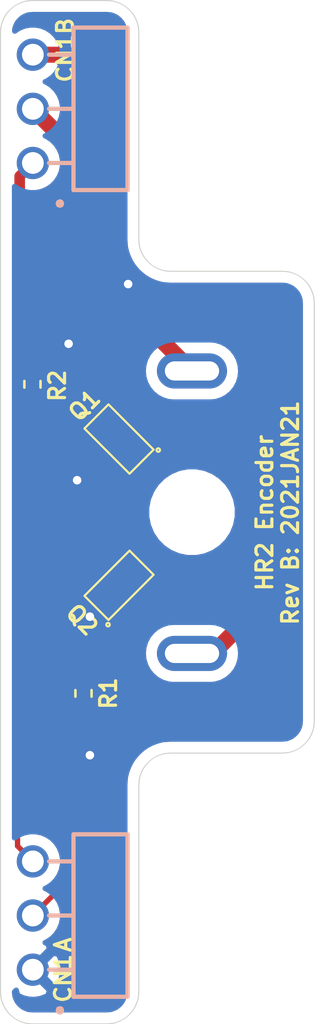
<source format=kicad_pcb>
(kicad_pcb (version 20171130) (host pcbnew 5.1.9-73d0e3b20d~88~ubuntu20.04.1)

  (general
    (thickness 1.6)
    (drawings 155)
    (tracks 76)
    (zones 0)
    (modules 5)
    (nets 7)
  )

  (page A4)
  (layers
    (0 F.Cu signal)
    (31 B.Cu signal)
    (32 B.Adhes user)
    (33 F.Adhes user)
    (34 B.Paste user)
    (35 F.Paste user)
    (36 B.SilkS user)
    (37 F.SilkS user)
    (38 B.Mask user)
    (39 F.Mask user)
    (40 Dwgs.User user)
    (41 Cmts.User user)
    (42 Eco1.User user)
    (43 Eco2.User user)
    (44 Edge.Cuts user)
    (45 Margin user)
    (46 B.CrtYd user)
    (47 F.CrtYd user)
    (48 B.Fab user)
    (49 F.Fab user hide)
  )

  (setup
    (last_trace_width 0.25)
    (user_trace_width 0.5)
    (user_trace_width 0.75)
    (trace_clearance 0.2)
    (zone_clearance 0.508)
    (zone_45_only no)
    (trace_min 0.2)
    (via_size 0.8)
    (via_drill 0.4)
    (via_min_size 0.4)
    (via_min_drill 0.3)
    (uvia_size 0.3)
    (uvia_drill 0.1)
    (uvias_allowed no)
    (uvia_min_size 0.2)
    (uvia_min_drill 0.1)
    (edge_width 0.05)
    (segment_width 0.2)
    (pcb_text_width 0.3)
    (pcb_text_size 1.5 1.5)
    (mod_edge_width 0.12)
    (mod_text_size 1 1)
    (mod_text_width 0.15)
    (pad_size 1.524 1.524)
    (pad_drill 0.762)
    (pad_to_mask_clearance 0.05)
    (aux_axis_origin 0 0)
    (visible_elements FFFFFF7F)
    (pcbplotparams
      (layerselection 0x010fc_ffffffff)
      (usegerberextensions false)
      (usegerberattributes true)
      (usegerberadvancedattributes true)
      (creategerberjobfile true)
      (excludeedgelayer true)
      (linewidth 0.100000)
      (plotframeref false)
      (viasonmask false)
      (mode 1)
      (useauxorigin false)
      (hpglpennumber 1)
      (hpglpenspeed 20)
      (hpglpendiameter 15.000000)
      (psnegative false)
      (psa4output false)
      (plotreference true)
      (plotvalue true)
      (plotinvisibletext false)
      (padsonsilk false)
      (subtractmaskfromsilk false)
      (outputformat 1)
      (mirror false)
      (drillshape 0)
      (scaleselection 1)
      (outputdirectory ""))
  )

  (net 0 "")
  (net 1 /MOTOR-)
  (net 2 /MOTOR+)
  (net 3 /QUADB)
  (net 4 /QUADA)
  (net 5 /GND)
  (net 6 /VCC)

  (net_class Default "This is the default net class."
    (clearance 0.2)
    (trace_width 0.25)
    (via_dia 0.8)
    (via_drill 0.4)
    (uvia_dia 0.3)
    (uvia_drill 0.1)
    (add_net /GND)
    (add_net /MOTOR+)
    (add_net /MOTOR-)
    (add_net /QUADA)
    (add_net /QUADB)
    (add_net /VCC)
  )

  (module Resistor_SMD:R_0402_1005Metric (layer F.Cu) (tedit 5F68FEEE) (tstamp 5F423C80)
    (at 92.5 94 270)
    (descr "Resistor SMD 0402 (1005 Metric), square (rectangular) end terminal, IPC_7351 nominal, (Body size source: IPC-SM-782 page 72, https://www.pcb-3d.com/wordpress/wp-content/uploads/ipc-sm-782a_amendment_1_and_2.pdf), generated with kicad-footprint-generator")
    (tags resistor)
    (path /5F422F39)
    (attr smd)
    (fp_text reference R2 (at 0.07 -1.17 90) (layer F.SilkS)
      (effects (font (size 0.75 0.75) (thickness 0.15)))
    )
    (fp_text value 100Ω;1005 (at 0 1.17 90) (layer F.Fab)
      (effects (font (size 1 1) (thickness 0.15)))
    )
    (fp_line (start 0.93 0.47) (end -0.93 0.47) (layer F.CrtYd) (width 0.05))
    (fp_line (start 0.93 -0.47) (end 0.93 0.47) (layer F.CrtYd) (width 0.05))
    (fp_line (start -0.93 -0.47) (end 0.93 -0.47) (layer F.CrtYd) (width 0.05))
    (fp_line (start -0.93 0.47) (end -0.93 -0.47) (layer F.CrtYd) (width 0.05))
    (fp_line (start -0.153641 0.38) (end 0.153641 0.38) (layer F.SilkS) (width 0.12))
    (fp_line (start -0.153641 -0.38) (end 0.153641 -0.38) (layer F.SilkS) (width 0.12))
    (fp_line (start 0.525 0.27) (end -0.525 0.27) (layer F.Fab) (width 0.1))
    (fp_line (start 0.525 -0.27) (end 0.525 0.27) (layer F.Fab) (width 0.1))
    (fp_line (start -0.525 -0.27) (end 0.525 -0.27) (layer F.Fab) (width 0.1))
    (fp_line (start -0.525 0.27) (end -0.525 -0.27) (layer F.Fab) (width 0.1))
    (fp_text user %R (at 0 0 90) (layer F.Fab)
      (effects (font (size 0.26 0.26) (thickness 0.04)))
    )
    (pad 2 smd roundrect (at 0.51 0 270) (size 0.54 0.64) (layers F.Cu F.Paste F.Mask) (roundrect_rratio 0.25)
      (net 3 /QUADB))
    (pad 1 smd roundrect (at -0.51 0 270) (size 0.54 0.64) (layers F.Cu F.Paste F.Mask) (roundrect_rratio 0.25)
      (net 6 /VCC))
    (model ${KISYS3DMOD}/Resistor_SMD.3dshapes/R_0402_1005Metric.wrl
      (at (xyz 0 0 0))
      (scale (xyz 1 1 1))
      (rotate (xyz 0 0 0))
    )
  )

  (module Resistor_SMD:R_0402_1005Metric (layer F.Cu) (tedit 5F68FEEE) (tstamp 5F41F21C)
    (at 94.9 108.5 270)
    (descr "Resistor SMD 0402 (1005 Metric), square (rectangular) end terminal, IPC_7351 nominal, (Body size source: IPC-SM-782 page 72, https://www.pcb-3d.com/wordpress/wp-content/uploads/ipc-sm-782a_amendment_1_and_2.pdf), generated with kicad-footprint-generator")
    (tags resistor)
    (path /5F42263B)
    (attr smd)
    (fp_text reference R1 (at 0 -1.17 90) (layer F.SilkS)
      (effects (font (size 0.75 0.75) (thickness 0.15)))
    )
    (fp_text value 100Ω;1005 (at 0 1.17 90) (layer F.Fab)
      (effects (font (size 1 1) (thickness 0.15)))
    )
    (fp_line (start 0.93 0.47) (end -0.93 0.47) (layer F.CrtYd) (width 0.05))
    (fp_line (start 0.93 -0.47) (end 0.93 0.47) (layer F.CrtYd) (width 0.05))
    (fp_line (start -0.93 -0.47) (end 0.93 -0.47) (layer F.CrtYd) (width 0.05))
    (fp_line (start -0.93 0.47) (end -0.93 -0.47) (layer F.CrtYd) (width 0.05))
    (fp_line (start -0.153641 0.38) (end 0.153641 0.38) (layer F.SilkS) (width 0.12))
    (fp_line (start -0.153641 -0.38) (end 0.153641 -0.38) (layer F.SilkS) (width 0.12))
    (fp_line (start 0.525 0.27) (end -0.525 0.27) (layer F.Fab) (width 0.1))
    (fp_line (start 0.525 -0.27) (end 0.525 0.27) (layer F.Fab) (width 0.1))
    (fp_line (start -0.525 -0.27) (end 0.525 -0.27) (layer F.Fab) (width 0.1))
    (fp_line (start -0.525 0.27) (end -0.525 -0.27) (layer F.Fab) (width 0.1))
    (fp_text user %R (at 0 0 90) (layer F.Fab)
      (effects (font (size 0.26 0.26) (thickness 0.04)))
    )
    (pad 2 smd roundrect (at 0.51 0 270) (size 0.54 0.64) (layers F.Cu F.Paste F.Mask) (roundrect_rratio 0.25)
      (net 4 /QUADA))
    (pad 1 smd roundrect (at -0.51 0 270) (size 0.54 0.64) (layers F.Cu F.Paste F.Mask) (roundrect_rratio 0.25)
      (net 6 /VCC))
    (model ${KISYS3DMOD}/Resistor_SMD.3dshapes/R_0402_1005Metric.wrl
      (at (xyz 0 0 0))
      (scale (xyz 1 1 1))
      (rotate (xyz 0 0 0))
    )
  )

  (module HR2:ENCODER_2xM1x3RA (layer F.Cu) (tedit 5F9F5158) (tstamp 5FE4E0F7)
    (at 100 100)
    (path /5F409D86)
    (fp_text reference CN1 (at -6.06 21.87 90) (layer F.SilkS)
      (effects (font (size 0.75 0.75) (thickness 0.15)))
    )
    (fp_text value ENCODER;2xM1x3RA (at 0 0) (layer F.Fab)
      (effects (font (size 1 1) (thickness 0.2)))
    )
    (fp_line (start -6.14 23.29) (end -6.21 23.27) (layer B.SilkS) (width 0.2))
    (fp_line (start -6.11 23.37) (end -6.14 23.29) (layer B.SilkS) (width 0.2))
    (fp_line (start -6.14 23.44) (end -6.11 23.37) (layer B.SilkS) (width 0.2))
    (fp_line (start -6.21 23.47) (end -6.14 23.44) (layer B.SilkS) (width 0.2))
    (fp_line (start -6.28 23.44) (end -6.21 23.47) (layer B.SilkS) (width 0.2))
    (fp_line (start -6.31 23.37) (end -6.28 23.44) (layer B.SilkS) (width 0.2))
    (fp_line (start -6.28 23.29) (end -6.31 23.37) (layer B.SilkS) (width 0.2))
    (fp_line (start -6.21 23.27) (end -6.28 23.29) (layer B.SilkS) (width 0.2))
    (fp_line (start -6.72 16.38) (end -5.57 16.38) (layer B.SilkS) (width 0.2))
    (fp_line (start -6.72 18.92) (end -5.57 18.92) (layer B.SilkS) (width 0.2))
    (fp_line (start -6.72 21.46) (end -5.57 21.46) (layer B.SilkS) (width 0.2))
    (fp_line (start -3.03 15.11) (end -5.57 15.11) (layer B.SilkS) (width 0.2))
    (fp_line (start -3.03 22.73) (end -3.03 15.11) (layer B.SilkS) (width 0.2))
    (fp_line (start -5.57 22.73) (end -3.03 22.73) (layer B.SilkS) (width 0.2))
    (fp_line (start -5.57 15.11) (end -5.57 22.73) (layer B.SilkS) (width 0.2))
    (fp_line (start -6.14 -14.55) (end -6.21 -14.58) (layer B.SilkS) (width 0.2))
    (fp_line (start -6.11 -14.48) (end -6.14 -14.55) (layer B.SilkS) (width 0.2))
    (fp_line (start -6.14 -14.4) (end -6.11 -14.48) (layer B.SilkS) (width 0.2))
    (fp_line (start -6.21 -14.38) (end -6.14 -14.4) (layer B.SilkS) (width 0.2))
    (fp_line (start -6.28 -14.4) (end -6.21 -14.38) (layer B.SilkS) (width 0.2))
    (fp_line (start -6.31 -14.48) (end -6.28 -14.4) (layer B.SilkS) (width 0.2))
    (fp_line (start -6.28 -14.55) (end -6.31 -14.48) (layer B.SilkS) (width 0.2))
    (fp_line (start -6.21 -14.58) (end -6.28 -14.55) (layer B.SilkS) (width 0.2))
    (fp_line (start -6.72 -21.46) (end -5.57 -21.46) (layer B.SilkS) (width 0.2))
    (fp_line (start -6.72 -18.92) (end -5.57 -18.92) (layer B.SilkS) (width 0.2))
    (fp_line (start -6.72 -16.38) (end -5.57 -16.38) (layer B.SilkS) (width 0.2))
    (fp_line (start -3.03 -22.73) (end -5.57 -22.73) (layer B.SilkS) (width 0.2))
    (fp_line (start -3.03 -15.11) (end -3.03 -22.73) (layer B.SilkS) (width 0.2))
    (fp_line (start -5.57 -15.11) (end -3.03 -15.11) (layer B.SilkS) (width 0.2))
    (fp_line (start -5.57 -22.73) (end -5.57 -15.11) (layer B.SilkS) (width 0.2))
    (pad "Encoder Shaft Hole" np_thru_hole circle (at 0 0) (size 3 3) (drill 3) (layers *.Cu *.Mask))
    (pad 7 thru_hole oval (at 0 6.6252) (size 3.3 1.65) (drill oval 2.55 0.9) (layers *.Cu *.Mask)
      (net 1 /MOTOR-))
    (pad 8 thru_hole oval (at 0 -6.6248) (size 3.3 1.65) (drill oval 2.55 0.9) (layers *.Cu *.Mask)
      (net 2 /MOTOR+))
    (pad 3 thru_hole circle (at -7.4801 16.38) (size 1.52 1.52) (drill 1.02) (layers *.Cu *.Mask)
      (net 3 /QUADB))
    (pad 2 thru_hole circle (at -7.4801 18.92) (size 1.52 1.52) (drill 1.02) (layers *.Cu *.Mask)
      (net 4 /QUADA))
    (pad 1 thru_hole circle (at -7.4801 21.46) (size 1.52 1.52) (drill 1.02) (layers *.Cu *.Mask)
      (net 5 /GND))
    (pad 6 thru_hole circle (at -7.4801 -21.46) (size 1.52 1.52) (drill 1.02) (layers *.Cu *.Mask)
      (net 1 /MOTOR-))
    (pad 5 thru_hole circle (at -7.4801 -18.92) (size 1.52 1.52) (drill 1.02) (layers *.Cu *.Mask)
      (net 2 /MOTOR+))
    (pad 4 thru_hole circle (at -7.4801 -16.38) (size 1.52 1.52) (drill 1.02) (layers *.Cu *.Mask)
      (net 6 /VCC))
  )

  (module HR2:SC59 (layer F.Cu) (tedit 5F40A4F6) (tstamp 5FE4DF72)
    (at 96.57 103.43 45)
    (path /5F41D920)
    (fp_text reference Q2 (at -2.375879 -0.084853 135) (layer F.SilkS)
      (effects (font (size 0.75 0.75) (thickness 0.15)))
    )
    (fp_text value AH1806;SC59 (at 0 -11.430001 45) (layer F.Fab)
      (effects (font (size 1 1) (thickness 0.15)))
    )
    (fp_line (start -1.5 -0.8) (end -1.5 0.8) (layer F.SilkS) (width 0.1))
    (fp_line (start -1.5 -0.8) (end 1.5 -0.8) (layer F.SilkS) (width 0.1))
    (fp_line (start -1.5 0.8) (end 1.5 0.8) (layer F.SilkS) (width 0.1))
    (fp_line (start 1.5 -0.8) (end 1.5 0.8) (layer F.SilkS) (width 0.1))
    (fp_circle (center -1.67 0.94) (end -1.66 0.91) (layer F.SilkS) (width 0.1))
    (pad 2 smd rect (at 0 -1.2 45) (size 0.8 1) (layers F.Cu F.Paste F.Mask)
      (net 5 /GND))
    (pad 1 smd rect (at -0.95 1.2 45) (size 0.8 1) (layers F.Cu F.Paste F.Mask)
      (net 6 /VCC))
    (pad 3 smd rect (at 0.95 1.2 45) (size 0.8 1) (layers F.Cu F.Paste F.Mask)
      (net 4 /QUADA))
  )

  (module HR2:SC59 (layer F.Cu) (tedit 5F40A4F6) (tstamp 600A5518)
    (at 96.57 96.57 135)
    (path /5F40AB04)
    (fp_text reference Q1 (at 2.262742 -0.028284 45) (layer F.SilkS)
      (effects (font (size 0.75 0.75) (thickness 0.15)))
    )
    (fp_text value AH1806;SC59 (at 0 -11.430001 135) (layer F.Fab)
      (effects (font (size 1 1) (thickness 0.15)))
    )
    (fp_line (start -1.5 -0.8) (end -1.5 0.8) (layer F.SilkS) (width 0.1))
    (fp_line (start -1.5 -0.8) (end 1.5 -0.8) (layer F.SilkS) (width 0.1))
    (fp_line (start -1.5 0.8) (end 1.5 0.8) (layer F.SilkS) (width 0.1))
    (fp_line (start 1.5 -0.8) (end 1.5 0.8) (layer F.SilkS) (width 0.1))
    (fp_circle (center -1.67 0.94) (end -1.66 0.91) (layer F.SilkS) (width 0.1))
    (pad 2 smd rect (at 0 -1.2 135) (size 0.8 1) (layers F.Cu F.Paste F.Mask)
      (net 5 /GND))
    (pad 1 smd rect (at -0.95 1.2 135) (size 0.8 1) (layers F.Cu F.Paste F.Mask)
      (net 6 /VCC))
    (pad 3 smd rect (at 0.95 1.2 135) (size 0.8 1) (layers F.Cu F.Paste F.Mask)
      (net 3 /QUADB))
  )

  (gr_text "HR2 Encoder\nRev B: 2021JAN21" (at 104.02 100.03 90) (layer F.SilkS)
    (effects (font (size 0.75 0.75) (thickness 0.15)))
  )
  (gr_text CN1B (at 94.04 78.33 90) (layer F.SilkS) (tstamp 5FE4E01F)
    (effects (font (size 0.75 0.75) (thickness 0.15)))
  )
  (gr_text A (at 93.94 120.29 90) (layer F.SilkS)
    (effects (font (size 0.75 0.75) (thickness 0.15)))
  )
  (gr_line (start 92.5 76) (end 92.37 76.01) (layer Edge.Cuts) (width 0.05))
  (gr_line (start 92.37 76.01) (end 92.24 76.02) (layer Edge.Cuts) (width 0.05))
  (gr_line (start 92.24 76.02) (end 92.11 76.05) (layer Edge.Cuts) (width 0.05))
  (gr_line (start 92.11 76.05) (end 91.99 76.09) (layer Edge.Cuts) (width 0.05))
  (gr_line (start 91.99 76.09) (end 91.87 76.14) (layer Edge.Cuts) (width 0.05))
  (gr_line (start 91.87 76.14) (end 91.75 76.2) (layer Edge.Cuts) (width 0.05))
  (gr_line (start 91.75 76.2) (end 91.64 76.27) (layer Edge.Cuts) (width 0.05))
  (gr_line (start 91.64 76.27) (end 91.54 76.35) (layer Edge.Cuts) (width 0.05))
  (gr_line (start 91.54 76.35) (end 91.44 76.44) (layer Edge.Cuts) (width 0.05))
  (gr_line (start 91.44 76.44) (end 91.35 76.54) (layer Edge.Cuts) (width 0.05))
  (gr_line (start 91.35 76.54) (end 91.27 76.64) (layer Edge.Cuts) (width 0.05))
  (gr_line (start 91.27 76.64) (end 91.2 76.75) (layer Edge.Cuts) (width 0.05))
  (gr_line (start 91.2 76.75) (end 91.14 76.87) (layer Edge.Cuts) (width 0.05))
  (gr_line (start 91.14 76.87) (end 91.09 76.99) (layer Edge.Cuts) (width 0.05))
  (gr_line (start 91.09 76.99) (end 91.05 77.11) (layer Edge.Cuts) (width 0.05))
  (gr_line (start 91.05 77.11) (end 91.02 77.24) (layer Edge.Cuts) (width 0.05))
  (gr_line (start 91.02 77.24) (end 91.01 77.37) (layer Edge.Cuts) (width 0.05))
  (gr_line (start 91.01 77.37) (end 91 77.5) (layer Edge.Cuts) (width 0.05))
  (gr_line (start 91 77.5) (end 91 122.5) (layer Edge.Cuts) (width 0.05))
  (gr_line (start 91 122.5) (end 91.01 122.63) (layer Edge.Cuts) (width 0.05))
  (gr_line (start 91.01 122.63) (end 91.02 122.76) (layer Edge.Cuts) (width 0.05))
  (gr_line (start 91.02 122.76) (end 91.05 122.89) (layer Edge.Cuts) (width 0.05))
  (gr_line (start 91.05 122.89) (end 91.09 123.01) (layer Edge.Cuts) (width 0.05))
  (gr_line (start 91.09 123.01) (end 91.14 123.13) (layer Edge.Cuts) (width 0.05))
  (gr_line (start 91.14 123.13) (end 91.2 123.25) (layer Edge.Cuts) (width 0.05))
  (gr_line (start 91.2 123.25) (end 91.27 123.36) (layer Edge.Cuts) (width 0.05))
  (gr_line (start 91.27 123.36) (end 91.35 123.46) (layer Edge.Cuts) (width 0.05))
  (gr_line (start 91.35 123.46) (end 91.44 123.56) (layer Edge.Cuts) (width 0.05))
  (gr_line (start 91.44 123.56) (end 91.54 123.65) (layer Edge.Cuts) (width 0.05))
  (gr_line (start 91.54 123.65) (end 91.64 123.73) (layer Edge.Cuts) (width 0.05))
  (gr_line (start 91.64 123.73) (end 91.75 123.8) (layer Edge.Cuts) (width 0.05))
  (gr_line (start 91.75 123.8) (end 91.87 123.86) (layer Edge.Cuts) (width 0.05))
  (gr_line (start 91.87 123.86) (end 91.99 123.91) (layer Edge.Cuts) (width 0.05))
  (gr_line (start 91.99 123.91) (end 92.11 123.95) (layer Edge.Cuts) (width 0.05))
  (gr_line (start 92.11 123.95) (end 92.24 123.98) (layer Edge.Cuts) (width 0.05))
  (gr_line (start 92.24 123.98) (end 92.37 123.99) (layer Edge.Cuts) (width 0.05))
  (gr_line (start 92.37 123.99) (end 92.5 124) (layer Edge.Cuts) (width 0.05))
  (gr_line (start 92.5 124) (end 96 124) (layer Edge.Cuts) (width 0.05))
  (gr_line (start 96 124) (end 96.13 123.99) (layer Edge.Cuts) (width 0.05))
  (gr_line (start 96.13 123.99) (end 96.26 123.98) (layer Edge.Cuts) (width 0.05))
  (gr_line (start 96.26 123.98) (end 96.39 123.95) (layer Edge.Cuts) (width 0.05))
  (gr_line (start 96.39 123.95) (end 96.51 123.91) (layer Edge.Cuts) (width 0.05))
  (gr_line (start 96.51 123.91) (end 96.63 123.86) (layer Edge.Cuts) (width 0.05))
  (gr_line (start 96.63 123.86) (end 96.75 123.8) (layer Edge.Cuts) (width 0.05))
  (gr_line (start 96.75 123.8) (end 96.86 123.73) (layer Edge.Cuts) (width 0.05))
  (gr_line (start 96.86 123.73) (end 96.96 123.65) (layer Edge.Cuts) (width 0.05))
  (gr_line (start 96.96 123.65) (end 97.06 123.56) (layer Edge.Cuts) (width 0.05))
  (gr_line (start 97.06 123.56) (end 97.15 123.46) (layer Edge.Cuts) (width 0.05))
  (gr_line (start 97.15 123.46) (end 97.23 123.36) (layer Edge.Cuts) (width 0.05))
  (gr_line (start 97.23 123.36) (end 97.3 123.25) (layer Edge.Cuts) (width 0.05))
  (gr_line (start 97.3 123.25) (end 97.36 123.13) (layer Edge.Cuts) (width 0.05))
  (gr_line (start 97.36 123.13) (end 97.41 123.01) (layer Edge.Cuts) (width 0.05))
  (gr_line (start 97.41 123.01) (end 97.45 122.89) (layer Edge.Cuts) (width 0.05))
  (gr_line (start 97.45 122.89) (end 97.48 122.76) (layer Edge.Cuts) (width 0.05))
  (gr_line (start 97.48 122.76) (end 97.49 122.63) (layer Edge.Cuts) (width 0.05))
  (gr_line (start 97.49 122.63) (end 97.5 122.5) (layer Edge.Cuts) (width 0.05))
  (gr_line (start 97.5 122.5) (end 97.5 112.8) (layer Edge.Cuts) (width 0.05))
  (gr_line (start 97.5 112.8) (end 97.51 112.67) (layer Edge.Cuts) (width 0.05))
  (gr_line (start 97.51 112.67) (end 97.52 112.54) (layer Edge.Cuts) (width 0.05))
  (gr_line (start 97.52 112.54) (end 97.55 112.41) (layer Edge.Cuts) (width 0.05))
  (gr_line (start 97.55 112.41) (end 97.59 112.29) (layer Edge.Cuts) (width 0.05))
  (gr_line (start 97.59 112.29) (end 97.64 112.17) (layer Edge.Cuts) (width 0.05))
  (gr_line (start 97.64 112.17) (end 97.7 112.05) (layer Edge.Cuts) (width 0.05))
  (gr_line (start 97.7 112.05) (end 97.77 111.94) (layer Edge.Cuts) (width 0.05))
  (gr_line (start 97.77 111.94) (end 97.85 111.84) (layer Edge.Cuts) (width 0.05))
  (gr_line (start 97.85 111.84) (end 97.94 111.74) (layer Edge.Cuts) (width 0.05))
  (gr_line (start 97.94 111.74) (end 98.04 111.65) (layer Edge.Cuts) (width 0.05))
  (gr_line (start 98.04 111.65) (end 98.14 111.57) (layer Edge.Cuts) (width 0.05))
  (gr_line (start 98.14 111.57) (end 98.25 111.5) (layer Edge.Cuts) (width 0.05))
  (gr_line (start 98.25 111.5) (end 98.37 111.44) (layer Edge.Cuts) (width 0.05))
  (gr_line (start 98.37 111.44) (end 98.49 111.39) (layer Edge.Cuts) (width 0.05))
  (gr_line (start 98.49 111.39) (end 98.61 111.35) (layer Edge.Cuts) (width 0.05))
  (gr_line (start 98.61 111.35) (end 98.74 111.32) (layer Edge.Cuts) (width 0.05))
  (gr_line (start 98.74 111.32) (end 98.87 111.31) (layer Edge.Cuts) (width 0.05))
  (gr_line (start 98.87 111.31) (end 99 111.3) (layer Edge.Cuts) (width 0.05))
  (gr_line (start 99 111.3) (end 104.25 111.3) (layer Edge.Cuts) (width 0.05))
  (gr_line (start 104.25 111.3) (end 104.38 111.29) (layer Edge.Cuts) (width 0.05))
  (gr_line (start 104.38 111.29) (end 104.51 111.28) (layer Edge.Cuts) (width 0.05))
  (gr_line (start 104.51 111.28) (end 104.64 111.25) (layer Edge.Cuts) (width 0.05))
  (gr_line (start 104.64 111.25) (end 104.76 111.21) (layer Edge.Cuts) (width 0.05))
  (gr_line (start 104.76 111.21) (end 104.88 111.16) (layer Edge.Cuts) (width 0.05))
  (gr_line (start 104.88 111.16) (end 105 111.1) (layer Edge.Cuts) (width 0.05))
  (gr_line (start 105 111.1) (end 105.11 111.03) (layer Edge.Cuts) (width 0.05))
  (gr_line (start 105.11 111.03) (end 105.21 110.95) (layer Edge.Cuts) (width 0.05))
  (gr_line (start 105.21 110.95) (end 105.31 110.86) (layer Edge.Cuts) (width 0.05))
  (gr_line (start 105.31 110.86) (end 105.4 110.76) (layer Edge.Cuts) (width 0.05))
  (gr_line (start 105.4 110.76) (end 105.48 110.66) (layer Edge.Cuts) (width 0.05))
  (gr_line (start 105.48 110.66) (end 105.55 110.55) (layer Edge.Cuts) (width 0.05))
  (gr_line (start 105.55 110.55) (end 105.61 110.43) (layer Edge.Cuts) (width 0.05))
  (gr_line (start 105.61 110.43) (end 105.66 110.31) (layer Edge.Cuts) (width 0.05))
  (gr_line (start 105.66 110.31) (end 105.7 110.19) (layer Edge.Cuts) (width 0.05))
  (gr_line (start 105.7 110.19) (end 105.73 110.06) (layer Edge.Cuts) (width 0.05))
  (gr_line (start 105.73 110.06) (end 105.74 109.93) (layer Edge.Cuts) (width 0.05))
  (gr_line (start 105.74 109.93) (end 105.75 109.8) (layer Edge.Cuts) (width 0.05))
  (gr_line (start 105.75 109.8) (end 105.75 90.2) (layer Edge.Cuts) (width 0.05))
  (gr_line (start 105.75 90.2) (end 105.74 90.07) (layer Edge.Cuts) (width 0.05))
  (gr_line (start 105.74 90.07) (end 105.73 89.94) (layer Edge.Cuts) (width 0.05))
  (gr_line (start 105.73 89.94) (end 105.7 89.81) (layer Edge.Cuts) (width 0.05))
  (gr_line (start 105.7 89.81) (end 105.66 89.69) (layer Edge.Cuts) (width 0.05))
  (gr_line (start 105.66 89.69) (end 105.61 89.57) (layer Edge.Cuts) (width 0.05))
  (gr_line (start 105.61 89.57) (end 105.55 89.45) (layer Edge.Cuts) (width 0.05))
  (gr_line (start 105.55 89.45) (end 105.48 89.34) (layer Edge.Cuts) (width 0.05))
  (gr_line (start 105.48 89.34) (end 105.4 89.24) (layer Edge.Cuts) (width 0.05))
  (gr_line (start 105.4 89.24) (end 105.31 89.14) (layer Edge.Cuts) (width 0.05))
  (gr_line (start 105.31 89.14) (end 105.21 89.05) (layer Edge.Cuts) (width 0.05))
  (gr_line (start 105.21 89.05) (end 105.11 88.97) (layer Edge.Cuts) (width 0.05))
  (gr_line (start 105.11 88.97) (end 105 88.9) (layer Edge.Cuts) (width 0.05))
  (gr_line (start 105 88.9) (end 104.88 88.84) (layer Edge.Cuts) (width 0.05))
  (gr_line (start 104.88 88.84) (end 104.76 88.79) (layer Edge.Cuts) (width 0.05))
  (gr_line (start 104.76 88.79) (end 104.64 88.75) (layer Edge.Cuts) (width 0.05))
  (gr_line (start 104.64 88.75) (end 104.51 88.72) (layer Edge.Cuts) (width 0.05))
  (gr_line (start 104.51 88.72) (end 104.38 88.71) (layer Edge.Cuts) (width 0.05))
  (gr_line (start 104.38 88.71) (end 104.25 88.7) (layer Edge.Cuts) (width 0.05))
  (gr_line (start 104.25 88.7) (end 99 88.7) (layer Edge.Cuts) (width 0.05))
  (gr_line (start 99 88.7) (end 98.87 88.69) (layer Edge.Cuts) (width 0.05))
  (gr_line (start 98.87 88.69) (end 98.74 88.68) (layer Edge.Cuts) (width 0.05))
  (gr_line (start 98.74 88.68) (end 98.61 88.65) (layer Edge.Cuts) (width 0.05))
  (gr_line (start 98.61 88.65) (end 98.49 88.61) (layer Edge.Cuts) (width 0.05))
  (gr_line (start 98.49 88.61) (end 98.37 88.56) (layer Edge.Cuts) (width 0.05))
  (gr_line (start 98.37 88.56) (end 98.25 88.5) (layer Edge.Cuts) (width 0.05))
  (gr_line (start 98.25 88.5) (end 98.14 88.43) (layer Edge.Cuts) (width 0.05))
  (gr_line (start 98.14 88.43) (end 98.04 88.35) (layer Edge.Cuts) (width 0.05))
  (gr_line (start 98.04 88.35) (end 97.94 88.26) (layer Edge.Cuts) (width 0.05))
  (gr_line (start 97.94 88.26) (end 97.85 88.16) (layer Edge.Cuts) (width 0.05))
  (gr_line (start 97.85 88.16) (end 97.77 88.06) (layer Edge.Cuts) (width 0.05))
  (gr_line (start 97.77 88.06) (end 97.7 87.95) (layer Edge.Cuts) (width 0.05))
  (gr_line (start 97.7 87.95) (end 97.64 87.83) (layer Edge.Cuts) (width 0.05))
  (gr_line (start 97.64 87.83) (end 97.59 87.71) (layer Edge.Cuts) (width 0.05))
  (gr_line (start 97.59 87.71) (end 97.55 87.59) (layer Edge.Cuts) (width 0.05))
  (gr_line (start 97.55 87.59) (end 97.52 87.46) (layer Edge.Cuts) (width 0.05))
  (gr_line (start 97.52 87.46) (end 97.51 87.33) (layer Edge.Cuts) (width 0.05))
  (gr_line (start 97.51 87.33) (end 97.5 87.2) (layer Edge.Cuts) (width 0.05))
  (gr_line (start 97.5 87.2) (end 97.5 77.5) (layer Edge.Cuts) (width 0.05))
  (gr_line (start 97.5 77.5) (end 97.49 77.37) (layer Edge.Cuts) (width 0.05))
  (gr_line (start 97.49 77.37) (end 97.48 77.24) (layer Edge.Cuts) (width 0.05))
  (gr_line (start 97.48 77.24) (end 97.45 77.11) (layer Edge.Cuts) (width 0.05))
  (gr_line (start 97.45 77.11) (end 97.41 76.99) (layer Edge.Cuts) (width 0.05))
  (gr_line (start 97.41 76.99) (end 97.36 76.87) (layer Edge.Cuts) (width 0.05))
  (gr_line (start 97.36 76.87) (end 97.3 76.75) (layer Edge.Cuts) (width 0.05))
  (gr_line (start 97.3 76.75) (end 97.23 76.64) (layer Edge.Cuts) (width 0.05))
  (gr_line (start 97.23 76.64) (end 97.15 76.54) (layer Edge.Cuts) (width 0.05))
  (gr_line (start 97.15 76.54) (end 97.06 76.44) (layer Edge.Cuts) (width 0.05))
  (gr_line (start 97.06 76.44) (end 96.96 76.35) (layer Edge.Cuts) (width 0.05))
  (gr_line (start 96.96 76.35) (end 96.86 76.27) (layer Edge.Cuts) (width 0.05))
  (gr_line (start 96.86 76.27) (end 96.75 76.2) (layer Edge.Cuts) (width 0.05))
  (gr_line (start 96.75 76.2) (end 96.63 76.14) (layer Edge.Cuts) (width 0.05))
  (gr_line (start 96.63 76.14) (end 96.51 76.09) (layer Edge.Cuts) (width 0.05))
  (gr_line (start 96.51 76.09) (end 96.39 76.05) (layer Edge.Cuts) (width 0.05))
  (gr_line (start 96.39 76.05) (end 96.26 76.02) (layer Edge.Cuts) (width 0.05))
  (gr_line (start 96.26 76.02) (end 96.13 76.01) (layer Edge.Cuts) (width 0.05))
  (gr_line (start 96.13 76.01) (end 96 76) (layer Edge.Cuts) (width 0.05))
  (gr_line (start 96 76) (end 92.5 76) (layer Edge.Cuts) (width 0.05))

  (segment (start 96.7 90.9) (end 95.2 89.4) (width 0.75) (layer F.Cu) (net 1))
  (segment (start 103.2 93.2) (end 100.9 90.9) (width 0.75) (layer F.Cu) (net 1))
  (segment (start 103.2 104.4) (end 103.2 93.2) (width 0.75) (layer F.Cu) (net 1))
  (segment (start 100.9748 106.6252) (end 103.2 104.4) (width 0.75) (layer F.Cu) (net 1))
  (segment (start 100.9 90.9) (end 96.7 90.9) (width 0.75) (layer F.Cu) (net 1))
  (segment (start 100 106.6252) (end 100.9748 106.6252) (width 0.75) (layer F.Cu) (net 1))
  (segment (start 95.2 83.7601) (end 95.2 85.7) (width 0.75) (layer F.Cu) (net 1))
  (segment (start 95.2 89.4) (end 95.2 85.7) (width 0.75) (layer F.Cu) (net 1))
  (segment (start 92.5199 78.54) (end 93.73 78.54) (width 0.75) (layer F.Cu) (net 1))
  (segment (start 95.2 80.01) (end 95.2 83.7601) (width 0.75) (layer F.Cu) (net 1))
  (segment (start 93.73 78.54) (end 95.2 80.01) (width 0.75) (layer F.Cu) (net 1))
  (segment (start 98.47481 91.85001) (end 96.306492 91.85001) (width 0.75) (layer F.Cu) (net 2))
  (segment (start 100 93.3752) (end 98.47481 91.85001) (width 0.75) (layer F.Cu) (net 2))
  (segment (start 96.306492 91.85001) (end 94.249989 89.793507) (width 0.75) (layer F.Cu) (net 2))
  (segment (start 94.249989 89.793507) (end 94.249989 88.250011) (width 0.75) (layer F.Cu) (net 2))
  (segment (start 94.249989 85.350089) (end 94.249989 88.250011) (width 0.75) (layer F.Cu) (net 2))
  (segment (start 94.249989 82.810089) (end 92.5199 81.08) (width 0.75) (layer F.Cu) (net 2))
  (segment (start 94.249989 85.350089) (end 94.249989 82.810089) (width 0.75) (layer F.Cu) (net 2))
  (segment (start 91.8 96.2) (end 92.5 95.5) (width 0.25) (layer F.Cu) (net 3))
  (segment (start 91.8 113.1201) (end 91.8 96.2) (width 0.25) (layer F.Cu) (net 3))
  (segment (start 92.5 95.5) (end 92.5 94.51) (width 0.25) (layer F.Cu) (net 3))
  (segment (start 93.03972 95.04972) (end 96.746777 95.04972) (width 0.25) (layer F.Cu) (net 3))
  (segment (start 92.5 94.51) (end 93.03972 95.04972) (width 0.25) (layer F.Cu) (net 3))
  (segment (start 91.8 115.6601) (end 92.201695 116.061795) (width 0.25) (layer F.Cu) (net 3))
  (segment (start 91.8 113.1201) (end 91.8 115.6601) (width 0.25) (layer F.Cu) (net 3))
  (segment (start 94.0125 109.2875) (end 94 109.3) (width 0.25) (layer F.Cu) (net 4))
  (segment (start 98.2 103.497057) (end 98.09028 103.606777) (width 0.25) (layer F.Cu) (net 4))
  (segment (start 98.2 102.7) (end 98.2 103.497057) (width 0.25) (layer F.Cu) (net 4))
  (segment (start 95.2 101.4) (end 96.9 101.4) (width 0.25) (layer F.Cu) (net 4))
  (segment (start 96.9 101.4) (end 98.2 102.7) (width 0.25) (layer F.Cu) (net 4))
  (segment (start 94 109.3) (end 94 102.6) (width 0.25) (layer F.Cu) (net 4))
  (segment (start 94 102.6) (end 95.2 101.4) (width 0.25) (layer F.Cu) (net 4))
  (segment (start 94 114.8999) (end 94 113.4) (width 0.25) (layer F.Cu) (net 4))
  (segment (start 94 113.4) (end 94 109.3) (width 0.25) (layer F.Cu) (net 4))
  (segment (start 94.29 109.01) (end 94 109.3) (width 0.25) (layer F.Cu) (net 4))
  (segment (start 94.9 109.01) (end 94.29 109.01) (width 0.25) (layer F.Cu) (net 4))
  (segment (start 94 117.4399) (end 92.5199 118.92) (width 0.25) (layer F.Cu) (net 4))
  (segment (start 94 114.8999) (end 94 117.4399) (width 0.25) (layer F.Cu) (net 4))
  (via (at 94.6 98.5) (size 0.8) (drill 0.4) (layers F.Cu B.Cu) (net 5))
  (segment (start 94.64 98.5) (end 95.721472 97.418528) (width 0.5) (layer F.Cu) (net 5))
  (segment (start 94.6 98.5) (end 94.64 98.5) (width 0.5) (layer F.Cu) (net 5))
  (via (at 94.2 92.1) (size 0.8) (drill 0.4) (layers F.Cu B.Cu) (net 5))
  (segment (start 94.6 98.5) (end 94.6 92.5) (width 0.5) (layer B.Cu) (net 5) (tstamp 5FE4E323))
  (segment (start 94.6 92.5) (end 94.2 92.1) (width 0.5) (layer B.Cu) (net 5))
  (via (at 97 89.3) (size 0.8) (drill 0.4) (layers F.Cu B.Cu) (net 5))
  (segment (start 94.2 92.1) (end 97 89.3) (width 0.5) (layer B.Cu) (net 5))
  (via (at 95.2 104.9) (size 0.8) (drill 0.4) (layers F.Cu B.Cu) (net 5))
  (segment (start 94.6 104.3) (end 95.2 104.9) (width 0.5) (layer B.Cu) (net 5))
  (segment (start 94.6 98.5) (end 94.6 104.3) (width 0.5) (layer B.Cu) (net 5))
  (segment (start 95.2 103.102944) (end 95.2 104.9) (width 0.5) (layer F.Cu) (net 5))
  (segment (start 95.721472 102.581472) (end 95.2 103.102944) (width 0.5) (layer F.Cu) (net 5))
  (segment (start 95.2 116.2399) (end 95.2 114.6) (width 0.5) (layer B.Cu) (net 5))
  (segment (start 95.2 114.6) (end 95.2 111.4) (width 0.5) (layer B.Cu) (net 5))
  (segment (start 95.2 111.4) (end 95.2 104.9) (width 0.5) (layer B.Cu) (net 5) (tstamp 5F428E87))
  (via (at 95.2 111.4) (size 0.8) (drill 0.4) (layers F.Cu B.Cu) (net 5))
  (segment (start 95.2 118.7799) (end 92.5199 121.46) (width 0.5) (layer B.Cu) (net 5))
  (segment (start 95.2 116.2399) (end 95.2 118.7799) (width 0.5) (layer B.Cu) (net 5))
  (segment (start 96.796497 105) (end 96.746777 104.95028) (width 0.5) (layer F.Cu) (net 6))
  (segment (start 99.283503 95.2) (end 101.5 95.2) (width 0.5) (layer F.Cu) (net 6))
  (segment (start 101.5 95.2) (end 102.3 96) (width 0.5) (layer F.Cu) (net 6))
  (segment (start 102.3 96) (end 102.3 103.6) (width 0.5) (layer F.Cu) (net 6))
  (segment (start 102.3 103.6) (end 100.9 105) (width 0.5) (layer F.Cu) (net 6))
  (segment (start 100.9 105) (end 96.796497 105) (width 0.5) (layer F.Cu) (net 6))
  (segment (start 99.283503 95.2) (end 98.6 95.2) (width 0.5) (layer F.Cu) (net 6))
  (segment (start 98.6 95.883503) (end 98.09028 96.393223) (width 0.5) (layer F.Cu) (net 6))
  (segment (start 98.6 95.2) (end 98.6 95.883503) (width 0.5) (layer F.Cu) (net 6))
  (segment (start 98.6 95.2) (end 97.363314 93.963314) (width 0.5) (layer F.Cu) (net 6))
  (segment (start 97.363314 93.963314) (end 93.250814 93.963314) (width 0.5) (layer F.Cu) (net 6))
  (segment (start 91.9 92.89) (end 92.5 93.49) (width 0.5) (layer F.Cu) (net 6))
  (segment (start 91.9 86.7799) (end 91.9 92.89) (width 0.5) (layer F.Cu) (net 6))
  (segment (start 92.7775 93.49) (end 92.5 93.49) (width 0.5) (layer F.Cu) (net 6))
  (segment (start 93.250814 93.963314) (end 92.7775 93.49) (width 0.5) (layer F.Cu) (net 6))
  (segment (start 96.746777 106.143223) (end 94.9 107.99) (width 0.5) (layer F.Cu) (net 6))
  (segment (start 96.746777 104.95028) (end 96.746777 106.143223) (width 0.5) (layer F.Cu) (net 6))
  (segment (start 91.9 84.2399) (end 92.5199 83.62) (width 0.5) (layer F.Cu) (net 6))
  (segment (start 91.9 86.7799) (end 91.9 84.2399) (width 0.5) (layer F.Cu) (net 6))

  (zone (net 5) (net_name /GND) (layer B.Cu) (tstamp 5FE81219) (hatch edge 0.508)
    (connect_pads (clearance 0.508))
    (min_thickness 0.254)
    (fill yes (arc_segments 32) (thermal_gap 0.508) (thermal_bridge_width 0.508))
    (polygon
      (pts
        (xy 92.5 76) (xy 92.4 76) (xy 92.2 76) (xy 92.1 76.1) (xy 92 76.1)
        (xy 91.9 76.1) (xy 91.8 76.2) (xy 91.6 76.3) (xy 91.5 76.4) (xy 91.4 76.4)
        (xy 91.4 76.5) (xy 91.3 76.6) (xy 91.2 76.7) (xy 91.1 76.9) (xy 91.1 77)
        (xy 91.1 77.1) (xy 91 77.2) (xy 91 77.4) (xy 91 77.5) (xy 91 122.5)
        (xy 91 122.6) (xy 91 122.8) (xy 91.1 122.9) (xy 91.1 123) (xy 91.1 123.1)
        (xy 91.2 123.3) (xy 91.3 123.4) (xy 91.4 123.5) (xy 91.4 123.6) (xy 91.5 123.6)
        (xy 91.6 123.7) (xy 91.8 123.8) (xy 91.9 123.9) (xy 92 123.9) (xy 92.1 123.9)
        (xy 92.2 124) (xy 92.4 124) (xy 92.5 124) (xy 96 124) (xy 96.1 124)
        (xy 96.3 124) (xy 96.4 123.9) (xy 96.5 123.9) (xy 96.6 123.9) (xy 96.8 123.8)
        (xy 96.9 123.7) (xy 97 123.6) (xy 97.1 123.6) (xy 97.1 123.5) (xy 97.2 123.4)
        (xy 97.3 123.3) (xy 97.4 123.1) (xy 97.4 123) (xy 97.4 122.9) (xy 97.5 122.8)
        (xy 97.5 122.6) (xy 97.5 122.5) (xy 97.5 112.8) (xy 97.5 112.7) (xy 97.5 112.5)
        (xy 97.6 112.4) (xy 97.6 112.3) (xy 97.6 112.2) (xy 97.7 112.1) (xy 97.8 111.9)
        (xy 97.9 111.8) (xy 97.9 111.7) (xy 98 111.7) (xy 98.1 111.6) (xy 98.2 111.5)
        (xy 98.4 111.4) (xy 98.5 111.4) (xy 98.6 111.4) (xy 98.7 111.3) (xy 98.9 111.3)
        (xy 99 111.3) (xy 104.3 111.3) (xy 104.4 111.3) (xy 104.5 111.3) (xy 104.6 111.2)
        (xy 104.8 111.2) (xy 104.9 111.2) (xy 105 111.1) (xy 105.1 111) (xy 105.2 110.9)
        (xy 105.3 110.9) (xy 105.4 110.8) (xy 105.5 110.7) (xy 105.5 110.6) (xy 105.6 110.4)
        (xy 105.7 110.3) (xy 105.7 110.2) (xy 105.7 110.1) (xy 105.7 109.9) (xy 105.8 109.8)
        (xy 105.8 90.2) (xy 105.7 90.1) (xy 105.7 89.9) (xy 105.7 89.8) (xy 105.7 89.7)
        (xy 105.6 89.6) (xy 105.5 89.4) (xy 105.5 89.3) (xy 105.4 89.2) (xy 105.3 89.1)
        (xy 105.2 89.1) (xy 105.1 89) (xy 105 88.9) (xy 104.9 88.8) (xy 104.8 88.8)
        (xy 104.6 88.8) (xy 104.5 88.7) (xy 104.4 88.7) (xy 104.3 88.7) (xy 99 88.7)
        (xy 98.9 88.7) (xy 98.7 88.7) (xy 98.6 88.6) (xy 98.5 88.6) (xy 98.4 88.6)
        (xy 98.2 88.5) (xy 98.1 88.4) (xy 98 88.3) (xy 97.9 88.3) (xy 97.9 88.2)
        (xy 97.8 88.1) (xy 97.7 87.9) (xy 97.6 87.8) (xy 97.6 87.7) (xy 97.6 87.6)
        (xy 97.5 87.5) (xy 97.5 87.3) (xy 97.5 87.2) (xy 97.5 77.5) (xy 97.5 77.4)
        (xy 97.5 77.2) (xy 97.4 77.1) (xy 97.4 77) (xy 97.4 76.9) (xy 97.3 76.7)
        (xy 97.2 76.6) (xy 97.1 76.5) (xy 97.1 76.4) (xy 97 76.4) (xy 96.9 76.3)
        (xy 96.8 76.2) (xy 96.6 76.1) (xy 96.5 76.1) (xy 96.4 76.1) (xy 96.3 76)
        (xy 96.1 76) (xy 96 76)
      )
    )
    (filled_polygon
      (pts
        (xy 96.111703 76.670542) (xy 96.111705 76.670542) (xy 96.159926 76.674251) (xy 96.211037 76.686046) (xy 96.278418 76.708506)
        (xy 96.355168 76.740486) (xy 96.424388 76.775096) (xy 96.475561 76.807661) (xy 96.532739 76.853404) (xy 96.592665 76.907337)
        (xy 96.646606 76.967271) (xy 96.692338 77.024437) (xy 96.724904 77.075612) (xy 96.759514 77.144832) (xy 96.791495 77.221585)
        (xy 96.813954 77.288964) (xy 96.825749 77.340074) (xy 96.829458 77.388295) (xy 96.829458 77.388296) (xy 96.840001 77.525354)
        (xy 96.84 87.192974) (xy 96.839458 87.218296) (xy 96.84 87.225342) (xy 96.84 87.232418) (xy 96.842486 87.257657)
        (xy 96.849458 87.348295) (xy 96.849458 87.348296) (xy 96.858281 87.462997) (xy 96.857115 87.48019) (xy 96.863256 87.52767)
        (xy 96.864431 87.542943) (xy 96.867415 87.559827) (xy 96.869613 87.576818) (xy 96.873055 87.591734) (xy 96.88139 87.638889)
        (xy 96.887643 87.654949) (xy 96.906715 87.737597) (xy 96.913618 87.767954) (xy 96.913952 87.768956) (xy 96.914192 87.769996)
        (xy 96.924196 87.799688) (xy 96.961254 87.910864) (xy 96.968301 87.93392) (xy 96.971493 87.94158) (xy 96.974121 87.949465)
        (xy 96.98396 87.971501) (xy 97.027045 88.074906) (xy 97.03518 88.096164) (xy 97.039516 88.104837) (xy 97.043239 88.113771)
        (xy 97.053992 88.133787) (xy 97.081339 88.188481) (xy 97.081778 88.190055) (xy 97.110393 88.246589) (xy 97.124177 88.274157)
        (xy 97.125043 88.275532) (xy 97.125779 88.276987) (xy 97.142382 88.303077) (xy 97.176082 88.356613) (xy 97.177205 88.357798)
        (xy 97.180043 88.362259) (xy 97.181259 88.365301) (xy 97.21491 88.41705) (xy 97.230589 88.441688) (xy 97.232599 88.444252)
        (xy 97.234375 88.446983) (xy 97.252611 88.469777) (xy 97.290703 88.518366) (xy 97.29319 88.520501) (xy 97.326365 88.561971)
        (xy 97.337739 88.577419) (xy 97.346603 88.587267) (xy 97.354879 88.597613) (xy 97.368271 88.611343) (xy 97.4075 88.654931)
        (xy 97.408703 88.656923) (xy 97.450885 88.703138) (xy 97.471113 88.725613) (xy 97.47283 88.72718) (xy 97.474387 88.728886)
        (xy 97.49676 88.749022) (xy 97.543077 88.791297) (xy 97.545069 88.7925) (xy 97.58866 88.831733) (xy 97.602387 88.845121)
        (xy 97.612725 88.853392) (xy 97.62258 88.862261) (xy 97.638035 88.87364) (xy 97.6795 88.906812) (xy 97.681634 88.909297)
        (xy 97.73018 88.947356) (xy 97.753016 88.965625) (xy 97.755753 88.967405) (xy 97.758312 88.969411) (xy 97.78293 88.985077)
        (xy 97.834698 89.01874) (xy 97.837738 89.019955) (xy 97.842202 89.022795) (xy 97.843387 89.023918) (xy 97.896923 89.057618)
        (xy 97.923013 89.074221) (xy 97.924468 89.074957) (xy 97.925843 89.075823) (xy 97.953411 89.089607) (xy 98.009945 89.118222)
        (xy 98.011519 89.118661) (xy 98.066213 89.146008) (xy 98.086229 89.156761) (xy 98.095163 89.160484) (xy 98.103836 89.16482)
        (xy 98.125087 89.172952) (xy 98.228499 89.21604) (xy 98.250535 89.225879) (xy 98.25842 89.228507) (xy 98.26608 89.231699)
        (xy 98.289133 89.238745) (xy 98.400388 89.27583) (xy 98.430004 89.285808) (xy 98.431041 89.286047) (xy 98.432045 89.286382)
        (xy 98.462458 89.293297) (xy 98.545052 89.312357) (xy 98.561111 89.31861) (xy 98.608263 89.326944) (xy 98.623181 89.330387)
        (xy 98.640175 89.332585) (xy 98.657057 89.335569) (xy 98.672329 89.336744) (xy 98.71981 89.342885) (xy 98.737003 89.341719)
        (xy 98.851703 89.350542) (xy 98.851705 89.350542) (xy 98.942341 89.357514) (xy 98.967581 89.36) (xy 98.974657 89.36)
        (xy 98.981703 89.360542) (xy 99.007025 89.36) (xy 104.224659 89.36) (xy 104.361703 89.370542) (xy 104.361705 89.370542)
        (xy 104.409926 89.374251) (xy 104.461037 89.386046) (xy 104.528418 89.408506) (xy 104.605168 89.440486) (xy 104.674388 89.475096)
        (xy 104.725561 89.507661) (xy 104.782739 89.553404) (xy 104.842665 89.607337) (xy 104.896606 89.667271) (xy 104.942338 89.724437)
        (xy 104.974904 89.775612) (xy 105.009514 89.844832) (xy 105.041495 89.921585) (xy 105.063954 89.988964) (xy 105.075749 90.040074)
        (xy 105.079458 90.088295) (xy 105.079458 90.088296) (xy 105.090001 90.225354) (xy 105.09 109.774659) (xy 105.079458 109.911704)
        (xy 105.075749 109.959926) (xy 105.063954 110.011036) (xy 105.041495 110.078415) (xy 105.009514 110.155168) (xy 104.974904 110.224388)
        (xy 104.942338 110.275563) (xy 104.896606 110.332729) (xy 104.842665 110.392663) (xy 104.782739 110.446596) (xy 104.725561 110.492339)
        (xy 104.674388 110.524904) (xy 104.605168 110.559514) (xy 104.528418 110.591494) (xy 104.461037 110.613954) (xy 104.409926 110.625749)
        (xy 104.361705 110.629458) (xy 104.361703 110.629458) (xy 104.224659 110.64) (xy 99.007025 110.64) (xy 98.981703 110.639458)
        (xy 98.974657 110.64) (xy 98.967581 110.64) (xy 98.942341 110.642486) (xy 98.851705 110.649458) (xy 98.851703 110.649458)
        (xy 98.737003 110.658281) (xy 98.71981 110.657115) (xy 98.672329 110.663256) (xy 98.657057 110.664431) (xy 98.640175 110.667415)
        (xy 98.623181 110.669613) (xy 98.608263 110.673056) (xy 98.561111 110.68139) (xy 98.545052 110.687643) (xy 98.462458 110.706703)
        (xy 98.432045 110.713618) (xy 98.431041 110.713953) (xy 98.430004 110.714192) (xy 98.400388 110.72417) (xy 98.289133 110.761255)
        (xy 98.26608 110.768301) (xy 98.25842 110.771493) (xy 98.250535 110.774121) (xy 98.228499 110.78396) (xy 98.125087 110.827048)
        (xy 98.103836 110.83518) (xy 98.095163 110.839516) (xy 98.086229 110.843239) (xy 98.066213 110.853992) (xy 98.011519 110.881339)
        (xy 98.009945 110.881778) (xy 97.953411 110.910393) (xy 97.925843 110.924177) (xy 97.924468 110.925043) (xy 97.923013 110.925779)
        (xy 97.896923 110.942382) (xy 97.843387 110.976082) (xy 97.842202 110.977205) (xy 97.837738 110.980045) (xy 97.834698 110.98126)
        (xy 97.78293 111.014923) (xy 97.758312 111.030589) (xy 97.755753 111.032595) (xy 97.753016 111.034375) (xy 97.73018 111.052644)
        (xy 97.681634 111.090703) (xy 97.6795 111.093188) (xy 97.638035 111.12636) (xy 97.62258 111.137739) (xy 97.612725 111.146608)
        (xy 97.602387 111.154879) (xy 97.58866 111.168267) (xy 97.545069 111.2075) (xy 97.543077 111.208703) (xy 97.49676 111.250978)
        (xy 97.474387 111.271114) (xy 97.47283 111.27282) (xy 97.471113 111.274387) (xy 97.450885 111.296862) (xy 97.408703 111.343077)
        (xy 97.4075 111.345069) (xy 97.368271 111.388657) (xy 97.354879 111.402387) (xy 97.346603 111.412733) (xy 97.337739 111.422581)
        (xy 97.326365 111.438029) (xy 97.29319 111.479499) (xy 97.290703 111.481634) (xy 97.252611 111.530223) (xy 97.234375 111.553017)
        (xy 97.232599 111.555748) (xy 97.230589 111.558312) (xy 97.21491 111.58295) (xy 97.181259 111.634699) (xy 97.180043 111.637741)
        (xy 97.177205 111.642202) (xy 97.176082 111.643387) (xy 97.142445 111.696823) (xy 97.125779 111.723013) (xy 97.125043 111.724468)
        (xy 97.124177 111.725843) (xy 97.110393 111.753411) (xy 97.081778 111.809945) (xy 97.081339 111.811519) (xy 97.053992 111.866213)
        (xy 97.043239 111.886229) (xy 97.039516 111.895163) (xy 97.03518 111.903836) (xy 97.027045 111.925094) (xy 96.98396 112.028499)
        (xy 96.974121 112.050535) (xy 96.971493 112.05842) (xy 96.968301 112.06608) (xy 96.961254 112.089136) (xy 96.924196 112.200312)
        (xy 96.914192 112.230004) (xy 96.913952 112.231044) (xy 96.913618 112.232046) (xy 96.906715 112.262403) (xy 96.887643 112.345051)
        (xy 96.88139 112.361111) (xy 96.873055 112.408266) (xy 96.869613 112.423182) (xy 96.867415 112.440173) (xy 96.864431 112.457057)
        (xy 96.863256 112.47233) (xy 96.857115 112.51981) (xy 96.858281 112.537003) (xy 96.854431 112.587057) (xy 96.842483 112.742384)
        (xy 96.840001 112.767581) (xy 96.840001 112.774645) (xy 96.839458 112.781704) (xy 96.840001 112.807072) (xy 96.84 122.474659)
        (xy 96.829458 122.611703) (xy 96.825749 122.659926) (xy 96.813954 122.711036) (xy 96.791495 122.778415) (xy 96.759514 122.855168)
        (xy 96.724904 122.924388) (xy 96.692338 122.975563) (xy 96.646606 123.032729) (xy 96.592665 123.092663) (xy 96.532739 123.146596)
        (xy 96.475561 123.192339) (xy 96.424388 123.224904) (xy 96.355168 123.259514) (xy 96.278418 123.291494) (xy 96.211037 123.313954)
        (xy 96.159926 123.325749) (xy 96.111705 123.329458) (xy 96.111703 123.329458) (xy 95.974659 123.34) (xy 92.525341 123.34)
        (xy 92.388296 123.329458) (xy 92.388295 123.329458) (xy 92.340074 123.325749) (xy 92.288964 123.313954) (xy 92.221585 123.291495)
        (xy 92.144832 123.259514) (xy 92.075612 123.224904) (xy 92.024437 123.192338) (xy 91.967271 123.146606) (xy 91.907337 123.092665)
        (xy 91.853404 123.032739) (xy 91.807661 122.975561) (xy 91.775096 122.924388) (xy 91.740486 122.855168) (xy 91.708506 122.778418)
        (xy 91.686046 122.711037) (xy 91.674251 122.659926) (xy 91.670542 122.611703) (xy 91.661775 122.497733) (xy 91.735369 122.424139)
        (xy 91.802106 122.664025) (xy 92.050792 122.780924) (xy 92.317506 122.847061) (xy 92.591997 122.859895) (xy 92.863717 122.818931)
        (xy 93.122226 122.725744) (xy 93.237694 122.664025) (xy 93.304431 122.424137) (xy 92.5199 121.639605) (xy 92.505758 121.653748)
        (xy 92.326152 121.474142) (xy 92.340295 121.46) (xy 92.699505 121.46) (xy 93.484037 122.244531) (xy 93.723925 122.177794)
        (xy 93.840824 121.929108) (xy 93.906961 121.662394) (xy 93.919795 121.387903) (xy 93.878831 121.116183) (xy 93.785644 120.857674)
        (xy 93.723925 120.742206) (xy 93.484037 120.675469) (xy 92.699505 121.46) (xy 92.340295 121.46) (xy 92.326152 121.445858)
        (xy 92.505758 121.266252) (xy 92.5199 121.280395) (xy 93.304431 120.495863) (xy 93.237694 120.255975) (xy 93.098193 120.1904)
        (xy 93.18068 120.156233) (xy 93.409161 120.003567) (xy 93.603467 119.809261) (xy 93.756133 119.58078) (xy 93.861291 119.326907)
        (xy 93.9149 119.057396) (xy 93.9149 118.782604) (xy 93.861291 118.513093) (xy 93.756133 118.25922) (xy 93.603467 118.030739)
        (xy 93.409161 117.836433) (xy 93.18068 117.683767) (xy 93.09916 117.65) (xy 93.18068 117.616233) (xy 93.409161 117.463567)
        (xy 93.603467 117.269261) (xy 93.756133 117.04078) (xy 93.861291 116.786907) (xy 93.9149 116.517396) (xy 93.9149 116.242604)
        (xy 93.861291 115.973093) (xy 93.756133 115.71922) (xy 93.603467 115.490739) (xy 93.409161 115.296433) (xy 93.18068 115.143767)
        (xy 92.926807 115.038609) (xy 92.657296 114.985) (xy 92.382504 114.985) (xy 92.112993 115.038609) (xy 91.85912 115.143767)
        (xy 91.66 115.276815) (xy 91.66 106.6252) (xy 97.707936 106.6252) (xy 97.736125 106.91141) (xy 97.81961 107.186621)
        (xy 97.955181 107.440257) (xy 98.137629 107.662571) (xy 98.359943 107.845019) (xy 98.613579 107.98059) (xy 98.88879 108.064075)
        (xy 99.103277 108.0852) (xy 100.896723 108.0852) (xy 101.11121 108.064075) (xy 101.386421 107.98059) (xy 101.640057 107.845019)
        (xy 101.862371 107.662571) (xy 102.044819 107.440257) (xy 102.18039 107.186621) (xy 102.263875 106.91141) (xy 102.292064 106.6252)
        (xy 102.263875 106.33899) (xy 102.18039 106.063779) (xy 102.044819 105.810143) (xy 101.862371 105.587829) (xy 101.640057 105.405381)
        (xy 101.386421 105.26981) (xy 101.11121 105.186325) (xy 100.896723 105.1652) (xy 99.103277 105.1652) (xy 98.88879 105.186325)
        (xy 98.613579 105.26981) (xy 98.359943 105.405381) (xy 98.137629 105.587829) (xy 97.955181 105.810143) (xy 97.81961 106.063779)
        (xy 97.736125 106.33899) (xy 97.707936 106.6252) (xy 91.66 106.6252) (xy 91.66 99.789721) (xy 97.865 99.789721)
        (xy 97.865 100.210279) (xy 97.947047 100.622756) (xy 98.107988 101.011302) (xy 98.341637 101.360983) (xy 98.639017 101.658363)
        (xy 98.988698 101.892012) (xy 99.377244 102.052953) (xy 99.789721 102.135) (xy 100.210279 102.135) (xy 100.622756 102.052953)
        (xy 101.011302 101.892012) (xy 101.360983 101.658363) (xy 101.658363 101.360983) (xy 101.892012 101.011302) (xy 102.052953 100.622756)
        (xy 102.135 100.210279) (xy 102.135 99.789721) (xy 102.052953 99.377244) (xy 101.892012 98.988698) (xy 101.658363 98.639017)
        (xy 101.360983 98.341637) (xy 101.011302 98.107988) (xy 100.622756 97.947047) (xy 100.210279 97.865) (xy 99.789721 97.865)
        (xy 99.377244 97.947047) (xy 98.988698 98.107988) (xy 98.639017 98.341637) (xy 98.341637 98.639017) (xy 98.107988 98.988698)
        (xy 97.947047 99.377244) (xy 97.865 99.789721) (xy 91.66 99.789721) (xy 91.66 93.3752) (xy 97.707936 93.3752)
        (xy 97.736125 93.66141) (xy 97.81961 93.936621) (xy 97.955181 94.190257) (xy 98.137629 94.412571) (xy 98.359943 94.595019)
        (xy 98.613579 94.73059) (xy 98.88879 94.814075) (xy 99.103277 94.8352) (xy 100.896723 94.8352) (xy 101.11121 94.814075)
        (xy 101.386421 94.73059) (xy 101.640057 94.595019) (xy 101.862371 94.412571) (xy 102.044819 94.190257) (xy 102.18039 93.936621)
        (xy 102.263875 93.66141) (xy 102.292064 93.3752) (xy 102.263875 93.08899) (xy 102.18039 92.813779) (xy 102.044819 92.560143)
        (xy 101.862371 92.337829) (xy 101.640057 92.155381) (xy 101.386421 92.01981) (xy 101.11121 91.936325) (xy 100.896723 91.9152)
        (xy 99.103277 91.9152) (xy 98.88879 91.936325) (xy 98.613579 92.01981) (xy 98.359943 92.155381) (xy 98.137629 92.337829)
        (xy 97.955181 92.560143) (xy 97.81961 92.813779) (xy 97.736125 93.08899) (xy 97.707936 93.3752) (xy 91.66 93.3752)
        (xy 91.66 84.723185) (xy 91.85912 84.856233) (xy 92.112993 84.961391) (xy 92.382504 85.015) (xy 92.657296 85.015)
        (xy 92.926807 84.961391) (xy 93.18068 84.856233) (xy 93.409161 84.703567) (xy 93.603467 84.509261) (xy 93.756133 84.28078)
        (xy 93.861291 84.026907) (xy 93.9149 83.757396) (xy 93.9149 83.482604) (xy 93.861291 83.213093) (xy 93.756133 82.95922)
        (xy 93.603467 82.730739) (xy 93.409161 82.536433) (xy 93.18068 82.383767) (xy 93.09916 82.35) (xy 93.18068 82.316233)
        (xy 93.409161 82.163567) (xy 93.603467 81.969261) (xy 93.756133 81.74078) (xy 93.861291 81.486907) (xy 93.9149 81.217396)
        (xy 93.9149 80.942604) (xy 93.861291 80.673093) (xy 93.756133 80.41922) (xy 93.603467 80.190739) (xy 93.409161 79.996433)
        (xy 93.18068 79.843767) (xy 93.09916 79.81) (xy 93.18068 79.776233) (xy 93.409161 79.623567) (xy 93.603467 79.429261)
        (xy 93.756133 79.20078) (xy 93.861291 78.946907) (xy 93.9149 78.677396) (xy 93.9149 78.402604) (xy 93.861291 78.133093)
        (xy 93.756133 77.87922) (xy 93.603467 77.650739) (xy 93.409161 77.456433) (xy 93.18068 77.303767) (xy 92.926807 77.198609)
        (xy 92.657296 77.145) (xy 92.382504 77.145) (xy 92.112993 77.198609) (xy 91.85912 77.303767) (xy 91.667179 77.432018)
        (xy 91.670542 77.388297) (xy 91.670542 77.388295) (xy 91.674251 77.340074) (xy 91.686046 77.288963) (xy 91.708506 77.221582)
        (xy 91.740486 77.144832) (xy 91.775096 77.075612) (xy 91.807661 77.024439) (xy 91.853404 76.967261) (xy 91.907337 76.907335)
        (xy 91.967271 76.853394) (xy 92.024437 76.807662) (xy 92.075612 76.775096) (xy 92.144832 76.740486) (xy 92.221585 76.708505)
        (xy 92.288964 76.686046) (xy 92.340074 76.674251) (xy 92.388295 76.670542) (xy 92.388296 76.670542) (xy 92.525341 76.66)
        (xy 95.974659 76.66)
      )
    )
  )
  (zone (net 5) (net_name /GND) (layer F.Cu) (tstamp 5FE81216) (hatch edge 0.508)
    (connect_pads (clearance 0.508))
    (min_thickness 0.254)
    (fill yes (arc_segments 32) (thermal_gap 0.508) (thermal_bridge_width 0.508))
    (polygon
      (pts
        (xy 92.5 76) (xy 92.4 76) (xy 92.2 76) (xy 92.1 76.1) (xy 92 76.1)
        (xy 91.9 76.1) (xy 91.8 76.2) (xy 91.6 76.3) (xy 91.5 76.4) (xy 91.4 76.4)
        (xy 91.4 76.5) (xy 91.3 76.6) (xy 91.2 76.7) (xy 91.1 76.9) (xy 91.1 77)
        (xy 91.1 77.1) (xy 91 77.2) (xy 91 77.4) (xy 91 77.5) (xy 91 122.5)
        (xy 91 122.6) (xy 91 122.8) (xy 91.1 122.9) (xy 91.1 123) (xy 91.1 123.1)
        (xy 91.2 123.3) (xy 91.3 123.4) (xy 91.4 123.5) (xy 91.4 123.6) (xy 91.5 123.6)
        (xy 91.6 123.7) (xy 91.8 123.8) (xy 91.9 123.9) (xy 92 123.9) (xy 92.1 123.9)
        (xy 92.2 124) (xy 92.4 124) (xy 92.5 124) (xy 96 124) (xy 96.1 124)
        (xy 96.3 124) (xy 96.4 123.9) (xy 96.5 123.9) (xy 96.6 123.9) (xy 96.8 123.8)
        (xy 96.9 123.7) (xy 97 123.6) (xy 97.1 123.6) (xy 97.1 123.5) (xy 97.2 123.4)
        (xy 97.3 123.3) (xy 97.4 123.1) (xy 97.4 123) (xy 97.4 122.9) (xy 97.5 122.8)
        (xy 97.5 122.6) (xy 97.5 122.5) (xy 97.5 112.8) (xy 97.5 112.7) (xy 97.5 112.5)
        (xy 97.6 112.4) (xy 97.6 112.3) (xy 97.6 112.2) (xy 97.7 112.1) (xy 97.8 111.9)
        (xy 97.9 111.8) (xy 97.9 111.7) (xy 98 111.7) (xy 98.1 111.6) (xy 98.2 111.5)
        (xy 98.4 111.4) (xy 98.5 111.4) (xy 98.6 111.4) (xy 98.7 111.3) (xy 98.9 111.3)
        (xy 99 111.3) (xy 104.3 111.3) (xy 104.4 111.3) (xy 104.5 111.3) (xy 104.6 111.2)
        (xy 104.8 111.2) (xy 104.9 111.2) (xy 105 111.1) (xy 105.1 111) (xy 105.2 110.9)
        (xy 105.3 110.9) (xy 105.4 110.8) (xy 105.5 110.7) (xy 105.5 110.6) (xy 105.6 110.4)
        (xy 105.7 110.3) (xy 105.7 110.2) (xy 105.7 110.1) (xy 105.7 109.9) (xy 105.8 109.8)
        (xy 105.8 90.2) (xy 105.7 90.1) (xy 105.7 89.9) (xy 105.7 89.8) (xy 105.7 89.7)
        (xy 105.6 89.6) (xy 105.5 89.4) (xy 105.5 89.3) (xy 105.4 89.2) (xy 105.3 89.1)
        (xy 105.2 89.1) (xy 105.1 89) (xy 105 88.9) (xy 104.9 88.8) (xy 104.8 88.8)
        (xy 104.6 88.8) (xy 104.5 88.7) (xy 104.4 88.7) (xy 104.3 88.7) (xy 99 88.7)
        (xy 98.9 88.7) (xy 98.7 88.7) (xy 98.6 88.6) (xy 98.5 88.6) (xy 98.4 88.6)
        (xy 98.2 88.5) (xy 98.1 88.4) (xy 98 88.3) (xy 97.9 88.3) (xy 97.9 88.2)
        (xy 97.8 88.1) (xy 97.7 87.9) (xy 97.6 87.8) (xy 97.6 87.7) (xy 97.6 87.6)
        (xy 97.5 87.5) (xy 97.5 87.3) (xy 97.5 87.2) (xy 97.5 77.5) (xy 97.5 77.4)
        (xy 97.5 77.2) (xy 97.4 77.1) (xy 97.4 77) (xy 97.4 76.9) (xy 97.3 76.7)
        (xy 97.2 76.6) (xy 97.1 76.5) (xy 97.1 76.4) (xy 97 76.4) (xy 96.9 76.3)
        (xy 96.8 76.2) (xy 96.6 76.1) (xy 96.5 76.1) (xy 96.4 76.1) (xy 96.3 76)
        (xy 96.1 76) (xy 96 76)
      )
    )
    (filled_polygon
      (pts
        (xy 96.111703 76.670542) (xy 96.111705 76.670542) (xy 96.159926 76.674251) (xy 96.211037 76.686046) (xy 96.278418 76.708506)
        (xy 96.355168 76.740486) (xy 96.424388 76.775096) (xy 96.475561 76.807661) (xy 96.532739 76.853404) (xy 96.592665 76.907337)
        (xy 96.646606 76.967271) (xy 96.692338 77.024437) (xy 96.724904 77.075612) (xy 96.759514 77.144832) (xy 96.791495 77.221585)
        (xy 96.813954 77.288964) (xy 96.825749 77.340074) (xy 96.829458 77.388295) (xy 96.829458 77.388296) (xy 96.840001 77.525354)
        (xy 96.84 87.192974) (xy 96.839458 87.218296) (xy 96.84 87.225342) (xy 96.84 87.232418) (xy 96.842486 87.257657)
        (xy 96.849458 87.348295) (xy 96.849458 87.348296) (xy 96.858281 87.462997) (xy 96.857115 87.48019) (xy 96.863256 87.52767)
        (xy 96.864431 87.542943) (xy 96.867415 87.559827) (xy 96.869613 87.576818) (xy 96.873055 87.591734) (xy 96.88139 87.638889)
        (xy 96.887643 87.654949) (xy 96.906715 87.737597) (xy 96.913618 87.767954) (xy 96.913952 87.768956) (xy 96.914192 87.769996)
        (xy 96.924196 87.799688) (xy 96.961254 87.910864) (xy 96.968301 87.93392) (xy 96.971493 87.94158) (xy 96.974121 87.949465)
        (xy 96.98396 87.971501) (xy 97.027045 88.074906) (xy 97.03518 88.096164) (xy 97.039516 88.104837) (xy 97.043239 88.113771)
        (xy 97.053992 88.133787) (xy 97.081339 88.188481) (xy 97.081778 88.190055) (xy 97.110393 88.246589) (xy 97.124177 88.274157)
        (xy 97.125043 88.275532) (xy 97.125779 88.276987) (xy 97.142382 88.303077) (xy 97.176082 88.356613) (xy 97.177205 88.357798)
        (xy 97.180043 88.362259) (xy 97.181259 88.365301) (xy 97.21491 88.41705) (xy 97.230589 88.441688) (xy 97.232599 88.444252)
        (xy 97.234375 88.446983) (xy 97.252611 88.469777) (xy 97.290703 88.518366) (xy 97.29319 88.520501) (xy 97.326365 88.561971)
        (xy 97.337739 88.577419) (xy 97.346603 88.587267) (xy 97.354879 88.597613) (xy 97.368271 88.611343) (xy 97.4075 88.654931)
        (xy 97.408703 88.656923) (xy 97.450885 88.703138) (xy 97.471113 88.725613) (xy 97.47283 88.72718) (xy 97.474387 88.728886)
        (xy 97.49676 88.749022) (xy 97.543077 88.791297) (xy 97.545069 88.7925) (xy 97.58866 88.831733) (xy 97.602387 88.845121)
        (xy 97.612725 88.853392) (xy 97.62258 88.862261) (xy 97.638035 88.87364) (xy 97.6795 88.906812) (xy 97.681634 88.909297)
        (xy 97.73018 88.947356) (xy 97.753016 88.965625) (xy 97.755753 88.967405) (xy 97.758312 88.969411) (xy 97.78293 88.985077)
        (xy 97.834698 89.01874) (xy 97.837738 89.019955) (xy 97.842202 89.022795) (xy 97.843387 89.023918) (xy 97.896923 89.057618)
        (xy 97.923013 89.074221) (xy 97.924468 89.074957) (xy 97.925843 89.075823) (xy 97.953411 89.089607) (xy 98.009945 89.118222)
        (xy 98.011519 89.118661) (xy 98.066213 89.146008) (xy 98.086229 89.156761) (xy 98.095163 89.160484) (xy 98.103836 89.16482)
        (xy 98.125087 89.172952) (xy 98.228499 89.21604) (xy 98.250535 89.225879) (xy 98.25842 89.228507) (xy 98.26608 89.231699)
        (xy 98.289133 89.238745) (xy 98.400388 89.27583) (xy 98.430004 89.285808) (xy 98.431041 89.286047) (xy 98.432045 89.286382)
        (xy 98.462458 89.293297) (xy 98.545052 89.312357) (xy 98.561111 89.31861) (xy 98.608263 89.326944) (xy 98.623181 89.330387)
        (xy 98.640175 89.332585) (xy 98.657057 89.335569) (xy 98.672329 89.336744) (xy 98.71981 89.342885) (xy 98.737003 89.341719)
        (xy 98.851703 89.350542) (xy 98.851705 89.350542) (xy 98.942341 89.357514) (xy 98.967581 89.36) (xy 98.974657 89.36)
        (xy 98.981703 89.360542) (xy 99.007025 89.36) (xy 104.224659 89.36) (xy 104.361703 89.370542) (xy 104.361705 89.370542)
        (xy 104.409926 89.374251) (xy 104.461037 89.386046) (xy 104.528418 89.408506) (xy 104.605168 89.440486) (xy 104.674388 89.475096)
        (xy 104.725561 89.507661) (xy 104.782739 89.553404) (xy 104.842665 89.607337) (xy 104.896606 89.667271) (xy 104.942338 89.724437)
        (xy 104.974904 89.775612) (xy 105.009514 89.844832) (xy 105.041495 89.921585) (xy 105.063954 89.988964) (xy 105.075749 90.040074)
        (xy 105.079458 90.088295) (xy 105.079458 90.088296) (xy 105.090001 90.225354) (xy 105.09 109.774659) (xy 105.079458 109.911704)
        (xy 105.075749 109.959926) (xy 105.063954 110.011036) (xy 105.041495 110.078415) (xy 105.009514 110.155168) (xy 104.974904 110.224388)
        (xy 104.942338 110.275563) (xy 104.896606 110.332729) (xy 104.842665 110.392663) (xy 104.782739 110.446596) (xy 104.725561 110.492339)
        (xy 104.674388 110.524904) (xy 104.605168 110.559514) (xy 104.528418 110.591494) (xy 104.461037 110.613954) (xy 104.409926 110.625749)
        (xy 104.361705 110.629458) (xy 104.361703 110.629458) (xy 104.224659 110.64) (xy 99.007025 110.64) (xy 98.981703 110.639458)
        (xy 98.974657 110.64) (xy 98.967581 110.64) (xy 98.942341 110.642486) (xy 98.851705 110.649458) (xy 98.851703 110.649458)
        (xy 98.737003 110.658281) (xy 98.71981 110.657115) (xy 98.672329 110.663256) (xy 98.657057 110.664431) (xy 98.640175 110.667415)
        (xy 98.623181 110.669613) (xy 98.608263 110.673056) (xy 98.561111 110.68139) (xy 98.545052 110.687643) (xy 98.462458 110.706703)
        (xy 98.432045 110.713618) (xy 98.431041 110.713953) (xy 98.430004 110.714192) (xy 98.400388 110.72417) (xy 98.289133 110.761255)
        (xy 98.26608 110.768301) (xy 98.25842 110.771493) (xy 98.250535 110.774121) (xy 98.228499 110.78396) (xy 98.125087 110.827048)
        (xy 98.103836 110.83518) (xy 98.095163 110.839516) (xy 98.086229 110.843239) (xy 98.066213 110.853992) (xy 98.011519 110.881339)
        (xy 98.009945 110.881778) (xy 97.953411 110.910393) (xy 97.925843 110.924177) (xy 97.924468 110.925043) (xy 97.923013 110.925779)
        (xy 97.896923 110.942382) (xy 97.843387 110.976082) (xy 97.842202 110.977205) (xy 97.837738 110.980045) (xy 97.834698 110.98126)
        (xy 97.78293 111.014923) (xy 97.758312 111.030589) (xy 97.755753 111.032595) (xy 97.753016 111.034375) (xy 97.73018 111.052644)
        (xy 97.681634 111.090703) (xy 97.6795 111.093188) (xy 97.638035 111.12636) (xy 97.62258 111.137739) (xy 97.612725 111.146608)
        (xy 97.602387 111.154879) (xy 97.58866 111.168267) (xy 97.545069 111.2075) (xy 97.543077 111.208703) (xy 97.49676 111.250978)
        (xy 97.474387 111.271114) (xy 97.47283 111.27282) (xy 97.471113 111.274387) (xy 97.450885 111.296862) (xy 97.408703 111.343077)
        (xy 97.4075 111.345069) (xy 97.368271 111.388657) (xy 97.354879 111.402387) (xy 97.346603 111.412733) (xy 97.337739 111.422581)
        (xy 97.326365 111.438029) (xy 97.29319 111.479499) (xy 97.290703 111.481634) (xy 97.252611 111.530223) (xy 97.234375 111.553017)
        (xy 97.232599 111.555748) (xy 97.230589 111.558312) (xy 97.21491 111.58295) (xy 97.181259 111.634699) (xy 97.180043 111.637741)
        (xy 97.177205 111.642202) (xy 97.176082 111.643387) (xy 97.142445 111.696823) (xy 97.125779 111.723013) (xy 97.125043 111.724468)
        (xy 97.124177 111.725843) (xy 97.110393 111.753411) (xy 97.081778 111.809945) (xy 97.081339 111.811519) (xy 97.053992 111.866213)
        (xy 97.043239 111.886229) (xy 97.039516 111.895163) (xy 97.03518 111.903836) (xy 97.027045 111.925094) (xy 96.98396 112.028499)
        (xy 96.974121 112.050535) (xy 96.971493 112.05842) (xy 96.968301 112.06608) (xy 96.961254 112.089136) (xy 96.924196 112.200312)
        (xy 96.914192 112.230004) (xy 96.913952 112.231044) (xy 96.913618 112.232046) (xy 96.906715 112.262403) (xy 96.887643 112.345051)
        (xy 96.88139 112.361111) (xy 96.873055 112.408266) (xy 96.869613 112.423182) (xy 96.867415 112.440173) (xy 96.864431 112.457057)
        (xy 96.863256 112.47233) (xy 96.857115 112.51981) (xy 96.858281 112.537003) (xy 96.854431 112.587057) (xy 96.842483 112.742384)
        (xy 96.840001 112.767581) (xy 96.840001 112.774645) (xy 96.839458 112.781704) (xy 96.840001 112.807072) (xy 96.84 122.474659)
        (xy 96.829458 122.611703) (xy 96.825749 122.659926) (xy 96.813954 122.711036) (xy 96.791495 122.778415) (xy 96.759514 122.855168)
        (xy 96.724904 122.924388) (xy 96.692338 122.975563) (xy 96.646606 123.032729) (xy 96.592665 123.092663) (xy 96.532739 123.146596)
        (xy 96.475561 123.192339) (xy 96.424388 123.224904) (xy 96.355168 123.259514) (xy 96.278418 123.291494) (xy 96.211037 123.313954)
        (xy 96.159926 123.325749) (xy 96.111705 123.329458) (xy 96.111703 123.329458) (xy 95.974659 123.34) (xy 92.525341 123.34)
        (xy 92.388296 123.329458) (xy 92.388295 123.329458) (xy 92.340074 123.325749) (xy 92.288964 123.313954) (xy 92.221585 123.291495)
        (xy 92.144832 123.259514) (xy 92.075612 123.224904) (xy 92.024437 123.192338) (xy 91.967271 123.146606) (xy 91.907337 123.092665)
        (xy 91.853404 123.032739) (xy 91.807661 122.975561) (xy 91.775096 122.924388) (xy 91.740486 122.855168) (xy 91.708506 122.778418)
        (xy 91.686046 122.711037) (xy 91.674251 122.659926) (xy 91.670542 122.611703) (xy 91.661775 122.497733) (xy 91.735369 122.424139)
        (xy 91.802106 122.664025) (xy 92.050792 122.780924) (xy 92.317506 122.847061) (xy 92.591997 122.859895) (xy 92.863717 122.818931)
        (xy 93.122226 122.725744) (xy 93.237694 122.664025) (xy 93.304431 122.424137) (xy 92.5199 121.639605) (xy 92.505758 121.653748)
        (xy 92.326152 121.474142) (xy 92.340295 121.46) (xy 92.699505 121.46) (xy 93.484037 122.244531) (xy 93.723925 122.177794)
        (xy 93.840824 121.929108) (xy 93.906961 121.662394) (xy 93.919795 121.387903) (xy 93.878831 121.116183) (xy 93.785644 120.857674)
        (xy 93.723925 120.742206) (xy 93.484037 120.675469) (xy 92.699505 121.46) (xy 92.340295 121.46) (xy 92.326152 121.445858)
        (xy 92.505758 121.266252) (xy 92.5199 121.280395) (xy 93.304431 120.495863) (xy 93.237694 120.255975) (xy 93.098193 120.1904)
        (xy 93.18068 120.156233) (xy 93.409161 120.003567) (xy 93.603467 119.809261) (xy 93.756133 119.58078) (xy 93.861291 119.326907)
        (xy 93.9149 119.057396) (xy 93.9149 118.782604) (xy 93.884571 118.630131) (xy 94.511008 118.003695) (xy 94.540001 117.979901)
        (xy 94.563795 117.950908) (xy 94.563799 117.950904) (xy 94.634973 117.864177) (xy 94.649803 117.836433) (xy 94.705546 117.732147)
        (xy 94.749003 117.588886) (xy 94.76 117.477233) (xy 94.76 117.477224) (xy 94.763676 117.439901) (xy 94.76 117.402578)
        (xy 94.76 109.918072) (xy 95.085 109.918072) (xy 95.235819 109.903218) (xy 95.380842 109.859225) (xy 95.514496 109.787786)
        (xy 95.631644 109.691644) (xy 95.727786 109.574496) (xy 95.799225 109.440842) (xy 95.843218 109.295819) (xy 95.858072 109.145)
        (xy 95.858072 108.875) (xy 95.843218 108.724181) (xy 95.799225 108.579158) (xy 95.756914 108.5) (xy 95.799225 108.420842)
        (xy 95.833403 108.308176) (xy 97.341826 106.799753) (xy 97.375594 106.77204) (xy 97.486188 106.637282) (xy 97.568366 106.483536)
        (xy 97.618972 106.316713) (xy 97.631777 106.1867) (xy 97.631777 106.18669) (xy 97.636058 106.143224) (xy 97.631777 106.099757)
        (xy 97.631777 105.885) (xy 97.915169 105.885) (xy 97.81961 106.063779) (xy 97.736125 106.33899) (xy 97.707936 106.6252)
        (xy 97.736125 106.91141) (xy 97.81961 107.186621) (xy 97.955181 107.440257) (xy 98.137629 107.662571) (xy 98.359943 107.845019)
        (xy 98.613579 107.98059) (xy 98.88879 108.064075) (xy 99.103277 108.0852) (xy 100.896723 108.0852) (xy 101.11121 108.064075)
        (xy 101.386421 107.98059) (xy 101.640057 107.845019) (xy 101.862371 107.662571) (xy 102.044819 107.440257) (xy 102.18039 107.186621)
        (xy 102.263875 106.91141) (xy 102.279927 106.748428) (xy 103.879094 105.149261) (xy 103.917633 105.117633) (xy 104.043847 104.96384)
        (xy 104.137632 104.78838) (xy 104.141141 104.776811) (xy 104.195385 104.597995) (xy 104.214886 104.400001) (xy 104.21 104.350393)
        (xy 104.21 93.249604) (xy 104.214886 93.199999) (xy 104.21 93.150392) (xy 104.195385 93.002006) (xy 104.137632 92.81162)
        (xy 104.043847 92.63616) (xy 103.917633 92.482367) (xy 103.879094 92.450739) (xy 101.649261 90.220906) (xy 101.617633 90.182367)
        (xy 101.46384 90.056153) (xy 101.28838 89.962368) (xy 101.097994 89.904615) (xy 100.949608 89.89) (xy 100.9 89.885114)
        (xy 100.850392 89.89) (xy 97.118355 89.89) (xy 96.21 88.981645) (xy 96.21 80.059608) (xy 96.214886 80.01)
        (xy 96.195385 79.812005) (xy 96.137632 79.62162) (xy 96.09935 79.55) (xy 96.043847 79.44616) (xy 95.917633 79.292367)
        (xy 95.879099 79.260744) (xy 94.479261 77.860906) (xy 94.447633 77.822367) (xy 94.29384 77.696153) (xy 94.11838 77.602368)
        (xy 93.927994 77.544615) (xy 93.779608 77.53) (xy 93.73 77.525114) (xy 93.680392 77.53) (xy 93.482728 77.53)
        (xy 93.409161 77.456433) (xy 93.18068 77.303767) (xy 92.926807 77.198609) (xy 92.657296 77.145) (xy 92.382504 77.145)
        (xy 92.112993 77.198609) (xy 91.85912 77.303767) (xy 91.667179 77.432018) (xy 91.670542 77.388297) (xy 91.670542 77.388295)
        (xy 91.674251 77.340074) (xy 91.686046 77.288963) (xy 91.708506 77.221582) (xy 91.740486 77.144832) (xy 91.775096 77.075612)
        (xy 91.807661 77.024439) (xy 91.853404 76.967261) (xy 91.907337 76.907335) (xy 91.967271 76.853394) (xy 92.024437 76.807662)
        (xy 92.075612 76.775096) (xy 92.144832 76.740486) (xy 92.221585 76.708505) (xy 92.288964 76.686046) (xy 92.340074 76.674251)
        (xy 92.388295 76.670542) (xy 92.388296 76.670542) (xy 92.525341 76.66) (xy 95.974659 76.66)
      )
    )
    (filled_polygon
      (pts
        (xy 96.224881 96.137301) (xy 96.321572 96.216653) (xy 96.431886 96.275618) (xy 96.551584 96.311928) (xy 96.676066 96.324188)
        (xy 96.800548 96.311928) (xy 96.840057 96.299943) (xy 96.828072 96.339452) (xy 96.815812 96.463934) (xy 96.828072 96.588416)
        (xy 96.864382 96.708114) (xy 96.923347 96.818428) (xy 97.002699 96.915119) (xy 97.568384 97.480804) (xy 97.665075 97.560156)
        (xy 97.775389 97.619121) (xy 97.895087 97.655431) (xy 98.019569 97.667691) (xy 98.144051 97.655431) (xy 98.263749 97.619121)
        (xy 98.374063 97.560156) (xy 98.470754 97.480804) (xy 99.177861 96.773697) (xy 99.257213 96.677006) (xy 99.316178 96.566692)
        (xy 99.352488 96.446994) (xy 99.363825 96.331887) (xy 99.421589 96.223816) (xy 99.463699 96.085) (xy 101.133422 96.085)
        (xy 101.415 96.366579) (xy 101.415 98.395654) (xy 101.360983 98.341637) (xy 101.011302 98.107988) (xy 100.622756 97.947047)
        (xy 100.210279 97.865) (xy 99.789721 97.865) (xy 99.377244 97.947047) (xy 98.988698 98.107988) (xy 98.639017 98.341637)
        (xy 98.341637 98.639017) (xy 98.107988 98.988698) (xy 97.947047 99.377244) (xy 97.865 99.789721) (xy 97.865 100.210279)
        (xy 97.947047 100.622756) (xy 98.107988 101.011302) (xy 98.341637 101.360983) (xy 98.639017 101.658363) (xy 98.988698 101.892012)
        (xy 99.377244 102.052953) (xy 99.789721 102.135) (xy 100.210279 102.135) (xy 100.622756 102.052953) (xy 101.011302 101.892012)
        (xy 101.360983 101.658363) (xy 101.415001 101.604345) (xy 101.415001 103.23342) (xy 100.533422 104.115) (xy 99.189082 104.115)
        (xy 99.257213 104.031982) (xy 99.316178 103.921668) (xy 99.352488 103.80197) (xy 99.364748 103.677488) (xy 99.352488 103.553006)
        (xy 99.316178 103.433308) (xy 99.257213 103.322994) (xy 99.177861 103.226303) (xy 98.96 103.008442) (xy 98.96 102.737325)
        (xy 98.963676 102.7) (xy 98.96 102.662675) (xy 98.96 102.662667) (xy 98.949003 102.551014) (xy 98.905546 102.407753)
        (xy 98.834974 102.275724) (xy 98.740001 102.159999) (xy 98.711004 102.136202) (xy 97.463804 100.889003) (xy 97.440001 100.859999)
        (xy 97.324276 100.765026) (xy 97.192247 100.694454) (xy 97.048986 100.650997) (xy 96.937333 100.64) (xy 96.937322 100.64)
        (xy 96.9 100.636324) (xy 96.862678 100.64) (xy 95.237322 100.64) (xy 95.199999 100.636324) (xy 95.162676 100.64)
        (xy 95.162667 100.64) (xy 95.051014 100.650997) (xy 94.907753 100.694454) (xy 94.775724 100.765026) (xy 94.659999 100.859999)
        (xy 94.636201 100.888997) (xy 93.488998 102.036201) (xy 93.46 102.059999) (xy 93.436202 102.088997) (xy 93.436201 102.088998)
        (xy 93.365026 102.175724) (xy 93.294454 102.307754) (xy 93.265906 102.401867) (xy 93.254387 102.439844) (xy 93.250998 102.451015)
        (xy 93.236324 102.6) (xy 93.240001 102.637332) (xy 93.24 109.262677) (xy 93.236324 109.3) (xy 93.24 109.337322)
        (xy 93.24 109.337332) (xy 93.240001 109.337342) (xy 93.24 113.437332) (xy 93.240001 113.437342) (xy 93.24 114.862567)
        (xy 93.24 115.183403) (xy 93.18068 115.143767) (xy 92.926807 115.038609) (xy 92.657296 114.985) (xy 92.56 114.985)
        (xy 92.56 98.198644) (xy 95.120962 98.198644) (xy 95.120962 98.42315) (xy 95.199576 98.506109) (xy 95.296267 98.585462)
        (xy 95.406582 98.644426) (xy 95.52628 98.680736) (xy 95.650761 98.692996) (xy 95.775243 98.680736) (xy 95.894941 98.644426)
        (xy 96.005255 98.585462) (xy 96.101946 98.506109) (xy 96.251272 98.352439) (xy 96.251272 98.127933) (xy 95.721472 97.598133)
        (xy 95.120962 98.198644) (xy 92.56 98.198644) (xy 92.56 97.489239) (xy 94.447004 97.489239) (xy 94.459264 97.61372)
        (xy 94.495574 97.733418) (xy 94.554538 97.843733) (xy 94.633891 97.940424) (xy 94.71685 98.019038) (xy 94.941356 98.019038)
        (xy 95.541867 97.418528) (xy 95.901077 97.418528) (xy 96.430877 97.948328) (xy 96.655383 97.948328) (xy 96.809053 97.799002)
        (xy 96.888406 97.702311) (xy 96.94737 97.591997) (xy 96.98368 97.472299) (xy 96.99594 97.347817) (xy 96.98368 97.223336)
        (xy 96.94737 97.103638) (xy 96.888406 96.993323) (xy 96.809053 96.896632) (xy 96.726094 96.818018) (xy 96.501588 96.818018)
        (xy 95.901077 97.418528) (xy 95.541867 97.418528) (xy 95.012067 96.888728) (xy 94.787561 96.888728) (xy 94.633891 97.038054)
        (xy 94.554538 97.134745) (xy 94.495574 97.245059) (xy 94.459264 97.364757) (xy 94.447004 97.489239) (xy 92.56 97.489239)
        (xy 92.56 96.514802) (xy 92.590185 96.484617) (xy 95.191672 96.484617) (xy 95.191672 96.709123) (xy 95.721472 97.238923)
        (xy 96.321982 96.638412) (xy 96.321982 96.413906) (xy 96.243368 96.330947) (xy 96.146677 96.251594) (xy 96.036362 96.19263)
        (xy 95.916664 96.15632) (xy 95.792183 96.14406) (xy 95.667701 96.15632) (xy 95.548003 96.19263) (xy 95.437689 96.251594)
        (xy 95.340998 96.330947) (xy 95.191672 96.484617) (xy 92.590185 96.484617) (xy 93.011009 96.063794) (xy 93.040001 96.040001)
        (xy 93.063795 96.011008) (xy 93.063799 96.011004) (xy 93.134973 95.924277) (xy 93.134974 95.924276) (xy 93.196206 95.80972)
        (xy 95.8973 95.80972)
      )
    )
    (filled_polygon
      (pts
        (xy 95.721472 102.401867) (xy 95.735615 102.387725) (xy 95.91522 102.56733) (xy 95.901077 102.581472) (xy 96.501588 103.181982)
        (xy 96.726094 103.181982) (xy 96.809053 103.103368) (xy 96.888406 103.006677) (xy 96.94737 102.896362) (xy 96.98368 102.776664)
        (xy 96.99594 102.652183) (xy 96.987043 102.561844) (xy 97.256389 102.831191) (xy 97.002699 103.084881) (xy 96.923347 103.181572)
        (xy 96.864382 103.291886) (xy 96.828072 103.411584) (xy 96.815812 103.536066) (xy 96.828072 103.660548) (xy 96.840057 103.700057)
        (xy 96.800548 103.688072) (xy 96.676066 103.675812) (xy 96.551584 103.688072) (xy 96.431886 103.724382) (xy 96.321572 103.783347)
        (xy 96.224881 103.862699) (xy 95.659196 104.428384) (xy 95.579844 104.525075) (xy 95.520879 104.635389) (xy 95.484569 104.755087)
        (xy 95.472309 104.879569) (xy 95.484569 105.004051) (xy 95.520879 105.123749) (xy 95.579844 105.234063) (xy 95.659196 105.330754)
        (xy 95.861777 105.533335) (xy 95.861778 105.776643) (xy 94.76 106.878422) (xy 94.76 103.290877) (xy 95.191672 103.290877)
        (xy 95.191672 103.515383) (xy 95.340998 103.669053) (xy 95.437689 103.748406) (xy 95.548003 103.80737) (xy 95.667701 103.84368)
        (xy 95.792183 103.85594) (xy 95.916664 103.84368) (xy 96.036362 103.80737) (xy 96.146677 103.748406) (xy 96.243368 103.669053)
        (xy 96.321982 103.586094) (xy 96.321982 103.361588) (xy 95.721472 102.761077) (xy 95.191672 103.290877) (xy 94.76 103.290877)
        (xy 94.76 103.08449) (xy 94.787561 103.111272) (xy 95.012067 103.111272) (xy 95.541867 102.581472) (xy 95.527724 102.56733)
        (xy 95.70733 102.387724)
      )
    )
    (filled_polygon
      (pts
        (xy 93.239989 85.300482) (xy 93.23999 88.200403) (xy 93.239989 89.743899) (xy 93.235103 89.793507) (xy 93.254604 89.991501)
        (xy 93.291469 90.113027) (xy 93.312357 90.181886) (xy 93.406142 90.357347) (xy 93.532356 90.51114) (xy 93.570895 90.542768)
        (xy 95.557235 92.529109) (xy 95.588859 92.567643) (xy 95.742652 92.693857) (xy 95.918112 92.787642) (xy 96.108498 92.845395)
        (xy 96.256884 92.86001) (xy 96.256886 92.86001) (xy 96.306491 92.864896) (xy 96.356096 92.86001) (xy 97.805586 92.86001)
        (xy 97.736125 93.08899) (xy 97.729566 93.155589) (xy 97.703627 93.141725) (xy 97.536804 93.091119) (xy 97.406791 93.078314)
        (xy 97.406783 93.078314) (xy 97.363314 93.074033) (xy 97.319845 93.078314) (xy 93.617392 93.078314) (xy 93.434034 92.894956)
        (xy 93.406317 92.861183) (xy 93.271559 92.750589) (xy 93.117813 92.668411) (xy 92.95099 92.617805) (xy 92.883069 92.611115)
        (xy 92.868176 92.606598) (xy 92.785 92.523422) (xy 92.785 84.989598) (xy 92.926807 84.961391) (xy 93.18068 84.856233)
        (xy 93.239989 84.816604)
      )
    )
  )
)

</source>
